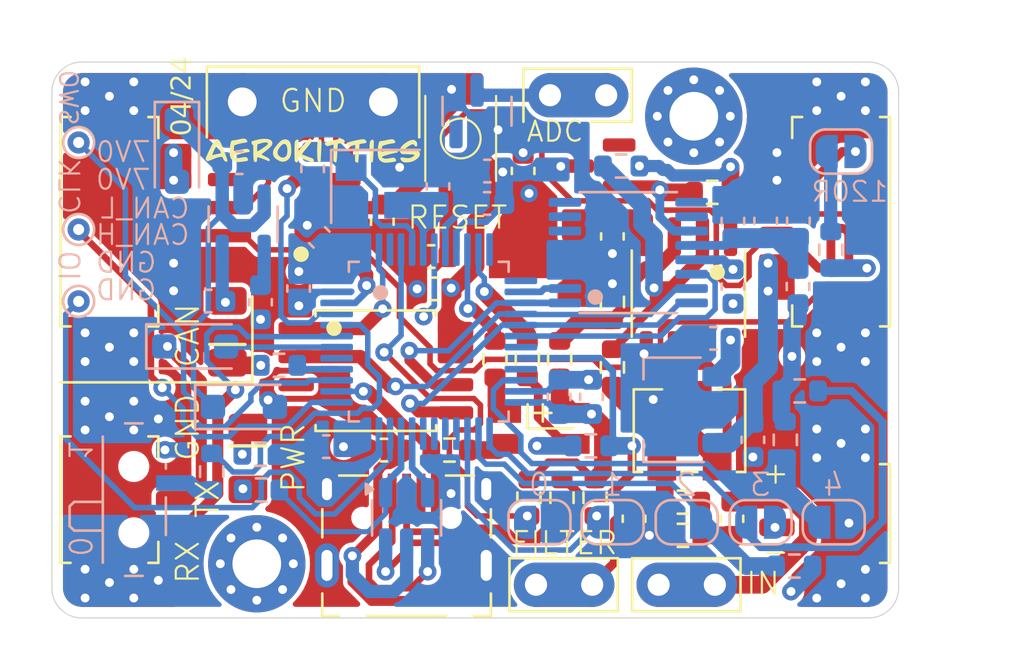
<source format=kicad_pcb>
(kicad_pcb (version 20240108) (generator "pcbnew") (generator_version "8.0")
  (layers (0 "F.Cu" signal) (1 "In1.Cu" signal) (2 "In2.Cu" signal) (31 "B.Cu" signal) (34 "B.Paste" user) (35 "F.Paste" user) (36 "B.SilkS" user "B.Silkscreen") (37 "F.SilkS" user "F.Silkscreen") (38 "B.Mask" user) (39 "F.Mask" user) (44 "Edge.Cuts" user))
  (net 0 "")
  (net 1 "VDD_3V3")
  (net 2 "GND")
  (net 3 "NRST")
  (net 4 "VDD_5V_USB")
  (net 5 "RCC_OSC_IN")
  (net 6 "RCC_OSC_OUT")
  (net 7 "Net-(D1-K)")
  (net 8 "Net-(D2-BK)")
  (net 9 "Net-(D2-RK)")
  (net 10 "Net-(D2-GK)")
  (net 11 "Net-(D4-K)")
  (net 12 "Net-(D3-K)")
  (net 13 "Net-(D6-A)")
  (net 15 "VDD_7V0")
  (net 16 "LED_RGB_BLUE")
  (net 17 "LED_RGB_GREEN")
  (net 18 "LED_RGB_RED")
  (net 19 "VBUS_DETECT")
  (net 20 "LED")
  (net 21 "BOOT0")
  (net 23 "UART1_RX")
  (net 24 "UART1_TX")
  (net 25 "Net-(J5-Pin_2)")
  (net 26 "ADDR_0")
  (net 27 "ADDR_1")
  (net 28 "ADDR_2")
  (net 29 "ADDR_3")
  (net 30 "ADDR_4")
  (net 31 "Net-(U9-AVDD)")
  (net 32 "Net-(SW2-B)")
  (net 34 "Net-(R20-Pad1)")
  (net 35 "Net-(C26-Pad2)")
  (net 36 "Net-(C25-Pad2)")
  (net 37 "Net-(R18-Pad1)")
  (net 38 "Net-(U8B--)")
  (net 39 "Net-(U8A--)")
  (net 41 "USB_D+")
  (net 42 "USB_D-")
  (net 48 "CAN_RX")
  (net 49 "CAN_TX")
  (net 50 "SPI_MOSI")
  (net 51 "SPI_CLK")
  (net 53 "SPI_MISO")
  (net 54 "FLASH_CS")
  (net 55 "/Connectors/usb_conn_d-")
  (net 56 "/Connectors/usb_conn_d+")
  (net 58 "VDD_-5V0")
  (net 59 "VDD_5V0")
  (net 65 "ADC_DRDY")
  (net 67 "ADC_CS")
  (net 69 "SYS_JTMS-SWDIO")
  (net 70 "SYS_JTDO-SWO")
  (net 73 "Net-(U5-BYP)")
  (net 74 "Net-(U8A-+)")
  (net 75 "Net-(D8-K)")
  (net 76 "CAN_+")
  (net 77 "CAN_-")
  (net 78 "SYS_JTCK-SWCLK")
  (net 79 "Net-(JP3-B)")
  (footprint "Capacitor_SMD:C_0603_1608Metric" (layer "F.Cu") (at 149.946 98.654)
    (property "Reference" "C12" (hide yes))
    (property "Value" "100n")
  )
  (footprint "Capacitor_SMD:C_0603_1608Metric" (layer "F.Cu") (at 153.961 93.318 -90)
    (property "Reference" "C13" (hide yes))
    (property "Value" "330n")
  )
  (footprint "Resistor_SMD:R_0603_1608Metric" (layer "F.Cu") (at 161.1845 109.8)
    (property "Reference" "R22" (hide yes))
    (property "Value" "10k")
  )
  (footprint "user_lib:button_small" (layer "F.Cu") (at 151.139 91.85)
    (property "Reference" "SW1" (hide yes))
    (property "Value" "SW_Push" (hide yes))
  )
  (footprint "TestPoint:TestPoint_Bridge_Pitch2.54mm_Drill1.0mm" (layer "F.Cu") (at 160.0855 112.035)
    (property "Reference" "TP2" (hide yes))
    (property "Value" "Signal")
  )
  (footprint "Resistor_SMD:R_0603_1608Metric" (layer "F.Cu") (at 155.7175 108.098 90)
    (property "Reference" "R14" (hide yes))
    (property "Value" "10k")
  )
  (footprint "TestPoint:TestPoint_Bridge_Pitch6.35mm_Drill1.3mm" (layer "F.Cu") (at 141.2665 90.195)
    (property "Reference" "TP4" (hide yes))
    (property "Value" "GND")
  )
  (footprint "MountingHole:MountingHole_2.2mm_M2_Pad_Via" (layer "F.Cu") (at 161.6735 90.845)
    (property "Reference" "H1" (hide yes))
    (property "Value" "MountingHole")
  )
  (footprint "Package_SO:SO-8_3.9x4.9mm_P1.27mm" (layer "F.Cu") (at 161.4305 98.866 -90)
    (property "Reference" "U8" (hide yes))
    (property "Value" "TL072")
  )
  (footprint "Connector_Molex:Molex_PicoBlade_53261-0271_1x02-1MP_P1.25mm_Horizontal" (layer "F.Cu") (at 167.8305 108.815 90)
    (property "Reference" "J5" (hide yes))
    (property "Value" "532610271")
  )
  (footprint "MountingHole:MountingHole_2.2mm_M2_Pad_Via" (layer "F.Cu") (at 141.9245 111.085)
    (property "Reference" "H2" (hide yes))
    (property "Value" "MountingHole")
  )
  (footprint "Resistor_SMD:R_0603_1608Metric" (layer "F.Cu") (at 157.211001 108.1 90)
    (property "Reference" "R9" (hide yes))
    (property "Value" "10k")
  )
  (footprint "Connector_Molex:Molex_PicoBlade_53261-0671_1x06-1MP_P1.25mm_Horizontal" (layer "F.Cu") (at 135.7645 95.615 -90)
    (property "Reference" "J1" (hide yes))
    (property "Value" "532610671")
  )
  (footprint "Resistor_SMD:R_0603_1608Metric" (layer "F.Cu") (at 155.612 101.832 -90)
    (property "Reference" "R16" (hide yes))
    (property "Value" "1k")
  )
  (footprint "LED_SMD:LED_1206_3216Metric" (layer "F.Cu") (at 140.591 100.595 90)
    (property "Reference" "D1" (hide yes))
    (property "Value" "LED")
  )
  (footprint "Package_SO:SOIC-8_3.9x4.9mm_P1.27mm" (layer "F.Cu") (at 143.166 95.615 180)
    (property "Reference" "U1" (hide yes))
    (property "Value" "SN65HVD230")
  )
  (footprint "Resistor_SMD:R_0603_1608Metric" (layer "F.Cu") (at 154.223999 108.099 90)
    (property "Reference" "R8" (hide yes))
    (property "Value" "10k")
  )
  (footprint "Resistor_SMD:R_0603_1608Metric" (layer "F.Cu") (at 161.1845 108.3 180)
    (property "Reference" "R19" (hide yes))
    (property "Value" "470")
  )
  (footprint "LED_SMD:LED_1206_3216Metric" (layer "F.Cu") (at 141.522 106.324 -90)
    (property "Reference" "D3" (hide yes))
    (property "Value" "LED")
  )
  (footprint "Resistor_SMD:R_0603_1608Metric" (layer "F.Cu") (at 152.687 101.832 90)
    (property "Reference" "R2" (hide yes))
    (property "Value" "220")
  )
  (footprint "Package_TO_SOT_SMD:SOT-89-3" (layer "F.Cu") (at 154.415 97.3025 180)
    (property "Reference" "U6" (hide yes))
    (property "Value" "L79L05_SOT89")
  )
  (footprint "Logos:name_10_1.8" (layer "F.Cu") (at 144.475554 92.329)
    (property "Reference" "G***" (hide yes))
    (property "Value" "LOGO" (hide yes))
  )
  (footprint "user_lib:U-F-M5DD-W-2-SUS" (layer "F.Cu") (at 148.6945 111.16 180)
    (property "Reference" "J3" (hide yes))
    (property "Value" "USB_B_Micro")
  )
  (footprint "Capacitor_SMD:C_0603_1608Metric" (layer "F.Cu") (at 149.808 97.191)
    (property "Reference" "C1" (hide yes))
    (property "Value" "100n")
  )
  (footprint "Connector_Molex:Molex_PicoBlade_53261-0671_1x06-1MP_P1.25mm_Horizontal" (layer "F.Cu") (at 167.8305 95.615 90)
    (property "Reference" "J2" (hide yes))
    (property "Value" "532610671")
  )
  (footprint "Resistor_SMD:R_0603_1608Metric" (layer "F.Cu") (at 150.634 105.944 180)
    (property "Reference" "R4" (hide yes))
    (property "Value" "220")
  )
  (footprint "TestPoint:TestPoint_Bridge_Pitch2.54mm_Drill1.0mm" (layer "F.Cu") (at 154.5435 112.035)
    (property "Reference" "TP3" (hide yes))
    (property "Value" "Signal")
  )
  (footprint "Capacitor_SMD:C_0603_1608Metric" (layer "F.Cu") (at 163.3975 109.05 -90)
    (property "Reference" "C25" (hide yes))
    (property "Value" "10u")
  )
  (footprint "Resistor_SMD:R_0603_1608Metric" (layer "F.Cu") (at 157.996 99.244 90)
    (property "Reference" "R17" (hide yes))
    (property "Value" "330")
  )
  (footprint "Capacitor_SMD:C_0603_1608Metric" (layer "F.Cu") (at 157.996 96.281 90)
    (property "Reference" "C14" (hide yes))
    (property "Value" "100n")
  )
  (footprint "Package_TO_SOT_SMD:SOT-23" (layer "F.Cu") (at 157.362 93.0965 180)
    (property "Reference" "D6" (hide yes))
    (property "Value" "BZX84-C3V3")
  )
  (footprint "Connector_Molex:Molex_PicoBlade_53261-0371_1x03-1MP_P1.25mm_Horizontal" (layer "F.Cu") (at 135.7645 108.185 -90)
    (property "Reference" "J4" (hide yes))
    (property "Value" "530470310")
  )
  (footprint "Resistor_SMD:R_0603_1608Metric" (layer "F.Cu") (at 162.509 94.286 180)
    (property "Reference" "R18" (hide yes))
    (property "Value" "100k")
  )
  (footprint "Capacitor_SMD:C_0603_1608Metric" (layer "F.Cu") (at 147.671 105.944 180)
    (property "Reference" "C20" (hide yes))
    (property "Value" "100n")
  )
  (footprint "Potentiometer_SMD:Potentiometer_Bourns_3224W_Vertical" (layer "F.Cu") (at 161.4795 105.067 180)
    (property "Reference" "RV1" (hide yes))
    (property "Value" "3224W-1-103E")
  )
  (footprint "user_lib:LED_RGB_promelec" (layer "F.Cu") (at 154.667 104.963 180)
    (property "Reference" "D2" (hide yes))
    (property "Value" "LED_RGBA")
  )
  (footprint "Resistor_SMD:R_0603_1608Metric" (layer "F.Cu") (at 154.149 101.832 90)
    (property "Reference" "R5" (hide yes))
    (property "Value" "220")
  )
  (footprint "Capacitor_SMD:C_0603_1608Metric" (layer "F.Cu") (at 147.597 95.615 90)
    (property "Reference" "C11" (hide yes))
    (property "Value" "100n")
  )
  (footprint "Resistor_SMD:R_0603_1608Metric" (layer "F.Cu") (at 157.996 102.205 90)
    (property "Reference" "R20" (hide yes))
    (property "Value" "1k")
  )
  (footprint "Package_SO:SOIC-8_5.23x5.23mm_P1.27mm" (layer "F.Cu") (at 147.305 102.353)
    (property "Reference" "U3" (hide yes))
    (property "Value" "W25Q32FVSSIG")
  )
  (footprint "Capacitor_SMD:C_0603_1608Metric" (layer "F.Cu") (at 158.9725 109.05 90)
    (property "Reference" "C26" (hide yes))
    (property "Value" "1u")
  )
  (footprint "TestPoint:TestPoint_Bridge_Pitch2.54mm_Drill1.0mm" (layer "F.Cu") (at 155.1745 89.895)
    (property "Reference" "TP1" (hide yes))
    (property "Value" "Signal")
  )
  (footprint "Resistor_SMD:R_0603_1608Metric" (layer "B.Cu") (at 167.866 96.885 90)
    (property "Reference" "R13" (hide yes))
    (property "Value" "120")
  )
  (footprint "Package_TO_SOT_SMD:SOT-23" (layer "B.Cu") (at 151.8775 90.617 90)
    (property "Reference" "D7" (hide yes))
    (property "Value" "BZX84-C3V3")
  )
  (footprint "TestPoint:TestPoint_THTPad_D1.0mm_Drill0.5mm" (layer "B.Cu") (at 133.872 99.218 180)
    (property "Reference" "TP7" (hide yes))
    (property "Value" "TestPoint")
  )
  (footprint "Capacitor_SMD:C_0603_1608Metric" (layer "B.Cu") (at 164.345 105.481 -90)
    (property "Reference" "C17" (hide yes))
    (property "Value" "330n")
  )
  (footprint "Package_SO:TSSOP-16_4.4x5mm_P0.65mm" (layer "B.Cu") (at 158.712 97.0125)
    (property "Reference" "U9" (hide yes))
    (property "Value" "ADS1120-PW")
  )
  (footprint "Capacitor_SMD:C_0603_1608Metric" (layer "B.Cu") (at 144.4475 93.23 90)
    (property "Reference" "C9" (hide yes))
    (property "Value" "8p")
  )
  (footprint "Capacitor_SMD:C_0603_1608Metric" (layer "B.Cu") (at 155.587 103.5385 -90)
    (property "Reference" "C3" (hide yes))
    (property "Value" "100n")
  )
  (footprint "Jumper:SolderJumper-2_P1.3mm_Open_RoundedPad1.0x1.5mm" (layer "B.Cu") (at 167.998 109.208 180)
    (property "Reference" "JP1" (hide yes))
    (property "Value" "SolderJumper_2_Open")
  )
  (footprint "Inductor_SMD:L_0603_1608Metric" (layer "B.Cu") (at 166.3845 98.546 -90)
    (property "Reference" "L1" (hide yes))
    (property "Value" "27n")
  )
  (footprint "Capacitor_SMD:C_0603_1608Metric" (layer "B.Cu") (at 157.05 103.5385 -90)
    (property "Reference" "C6" (hide yes))
    (property "Value" "4u7")
  )
  (footprint "Resistor_SMD:R_0603_1608Metric" (layer "B.Cu") (at 142.12 107.746)
    (property "Reference" "R7" (hide yes))
    (property "Value" "4k7")
  )
  (footprint "Package_TO_SOT_SMD:SOT-23-6" (layer "B.Cu") (at 148.695 109.01 -90)
    (property "Reference" "U7" (hide yes))
    (property "Value" "USBLC6-2SC6")
  )
  (footprint "Resistor_SMD:R_0603_1608Metric" (layer "B.Cu") (at 157.024 105.754 180)
    (property "Reference" "R15" (hide yes))
    (property "Value" "10k")
  )
  (footprint "Package_TO_SOT_SMD:SOT-23-5" (layer "B.Cu") (at 141.307 95.7255 -90)
    (property "Reference" "U5" (hide yes))
    (property "Value" "LD3985M33R_SOT23")
  )
  (footprint "Crystal:Crystal_SMD_3225-4Pin_3.2x2.5mm" (layer "B.Cu") (at 147.2845 94.019)
    (property "Reference" "Y1" (hide yes))
    (property "Value" "16MHz")
  )
  (footprint "Diode_SMD:D_SOD-123F" (layer "B.Cu") (at 138.314 92.409 -90)
    (property "Reference" "D4" (hide yes))
    (property "Value" "PMEG2020EH")
  )
  (footprint "TestPoint:TestPoint_THTPad_D1.0mm_Drill0.5mm" (layer "B.Cu") (at 133.872 92.032 180)
    (property "Reference" "TP5" (hide yes))
    (property "Value" "TestPoint")
  )
  (footprint "Diode_SMD:D_SOD-123F" (layer "B.Cu") (at 139.139 101.256)
    (property "Reference" "D8" (hide yes))
    (property "Value" "PMEG2020EH")
  )
  (footprint "TestPoint:TestPoint_THTPad_D1.0mm_Drill0.5mm" (layer "B.Cu") (at 133.872 95.967 180)
    (property "Reference" "TP6" (hide yes))
    (property "Value" "TestPoint")
  )
  (footprint "Diode_SMD:D_SOD-123F" (layer "B.Cu") (at 141.3445 103.992)
    (property "Reference" "D5" (hide yes))
    (property "Value" "PMEG2020EH")
  )
  (footprint "Resistor_SMD:R_0603_1608Metric" (layer "B.Cu") (at 165.81 105.482 90)
    (property "Reference" "R12" (hide yes))
    (property "Value" "10k")
  )
  (footprint "Capacitor_SMD:C_0603_1608Metric" (layer "B.Cu") (at 162.5605 100.891001 180)
    (property "Reference" "C18" (hide yes))
    (property "Value" "100n")
  )
  (footprint "Capacitor_SMD:C_0603_1608Metric" (layer "B.Cu") (at 163.4415 95.581 -90)
    (property "Reference" "C23" (hide yes))
    (property "Value" "100n")
  )
  (footprint "Capacitor_SMD:C_0603_1608Metric" (layer "B.Cu") (at 141.136 92.945)
    (property "Reference" "C15" (hide yes))
    (property "Value" "1u")
  )
  (footprint "Resistor_SMD:R_0603_1608Metric" (layer "B.Cu") (at 142.93 102.11)
    (property "Reference" "R3" (hide yes))
    (property "Value" "220")
  )
  (footprint "Capacitor_SMD:C_0603_1608Metric" (layer "B.Cu") (at 152.333 94.79)
    (property "Reference" "C7" (hide yes))
    (property "Value" "10n")
  )
  (footprint "Capacitor_SMD:C_0603_1608Metric" (layer "B.Cu") (at 166.4025 95.574 -90)
    (property "Reference" "C22" (hide yes))
    (property "Value" "1u")
  )
  (footprint "Jumper:SolderJumper-2_P1.3mm_Open_RoundedPad1.0x1.5mm" (layer "B.Cu") (at 168.3305 92.442 180)
    (property "Reference" "JP3" (hide yes))
    (property "Value" "SolderJumper_2_Open")
  )
  (footprint "Resistor_SMD:R_0603_1608Metric" (layer "B.Cu") (at 166.461 103.269 180)
    (property "Reference" "R11" (hide yes))
    (property "Value" "10k")
  )
  (footprint "Resistor_SMD:R_0603_1608Metric" (layer "B.Cu") (at 158.391 93.096499)
    (property "Reference" "R21" (hide yes))
    (property "Value" "1k")
  )
  (footprint "Jumper:SolderJumper-2_P1.3mm_Open_RoundedPad1.0x1.5mm" (layer "B.Cu") (at 154.699 109.208 180)
    (property "Reference" "JP6" (hide yes))
    (property "Value" "SolderJumper_2_Open")
  )
  (footprint "Capacitor_SMD:C_0603_1608Metric" (layer "B.Cu") (at 139.732 99.205 180)
    (property "Reference" "C16" (hide yes))
    (property "Value" "1u")
  )
  (footprint "Package_QFP:LQFP-48_7x7mm_P0.5mm" (layer "B.Cu") (at 149.695 101.0375 -90)
    (property "Reference" "U2" (hide yes))
    (property "Value" "STM32F103C8Tx")
  )
  (footprint "Jumper:SolderJumper-2_P1.3mm_Open_RoundedPad1.0x1.5mm" (layer "B.Cu") (at 158.003 109.204 180)
    (property "Reference" "JP5" (hide yes))
    (property "Value" "SolderJumper_2_Open")
  )
  (footprint "Jumper:SolderJumper-2_P1.3mm_Open_RoundedPad1.0x1.5mm" (layer "B.Cu") (at 164.694 109.208 180)
    (property "Reference" "JP2" (hide yes))
    (property "Value" "SolderJumper_2_Open")
  )
  (footprint "Resistor_SMD:R_0603_1608Metric" (layer "B.Cu") (at 142.095 106.132)
    (property "Reference" "R6" (hide yes))
    (property "Value" "220")
  )
  (footprint "Capacitor_SMD:C_0603_1608Metric" (layer "B.Cu") (at 144.7515 96.324 -45)
    (property "Reference" "C2" (hide yes))
    (property "Value" "100n")
  )
  (footprint "Resistor_SMD:R_0603_1608Metric" (layer "B.Cu") (at 139.884 106.917 -90)
    (property "Reference" "R1" (hide yes))
    (property "Value" "10k")
  )
  (footprint "Package_TO_SOT_SMD:SOT-89-3" (layer "B.Cu") (at 160.7605 104.122 180)
    (property "Reference" "U4" (hide yes))
    (property "Value" "L78L05_SOT89")
  )
  (footprint "Capacitor_SMD:C_0603_1608Metric" (layer "B.Cu") (at 164.9205 95.58 -90)
    (property "Reference" "C21" (hide yes))
    (property "Value" "10n")
  )
  (footprint "Resistor_SMD:R_0603_1608Metric" (layer "B.Cu") (at 166.218 111.189)
    (property "Reference" "R10" (hide yes))
    (property "Value" "10k")
  )
  (footprint "Capacitor_SMD:C_0603_1608Metric" (layer "B.Cu") (at 163.4465 98.5465 -90)
    (property "Reference" "C24" (hide yes))
    (property "Value" "100n")
  )
  (footprint "Capacitor_SMD:C_0603_1608Metric" (layer "B.Cu") (at 150.1145 94.019 -90)
    (property "Reference" "C10" (hide yes))
    (property "Value" "8p")
  )
  (footprint "Jumper:SolderJumper-2_P1.3mm_Open_RoundedPad1.0x1.5mm" (layer "B.Cu") (at 161.354 109.208)
    (property "Reference" "JP4" (hide yes))
    (property "Value" "SolderJumper_2_Open")
  )
  (footprint "Button_Switch_SMD:SW_SPDT_PCM12" (layer "B.Cu") (at 136.6945 108.185 90)
    (property "Reference" "SW2" (hide yes))
    (property "Value" "SW_SPDT")
  )
  (footprint "Capacitor_SMD:C_0603_1608Metric" (layer "B.Cu") (at 143.814 98.639 90)
    (property "Reference" "C5" (hide yes))
    (property "Value" "100n")
  )
  (footprint "Capacitor_SMD:C_0603_1608Metric" (layer "B.Cu") (at 145.065 105.789)
    (property "Reference" "C4" (hide yes))
    (property "Value" "100n")
  )
  (footprint "Capacitor_SMD:C_0603_1608Metric" (layer "B.Cu") (at 142.092 99.258 -90)
    (property "Reference" "C19" (hide yes))
    (property "Value" "10n")
  )
  (footprint "Capacitor_SMD:C_0603_1608Metric" (layer "B.Cu") (at 152.3455 93.323)
    (property "Reference" "C8" (hide yes))
    (property "Value" "1u")
  )
  (gr_line (start 141.726 98.995) (end 141.726 102.88) (stroke (width 0.12)) (layer "F.SilkS"))
  (gr_line (start 141.726 102.88) (end 133.0545 102.88) (stroke (width 0.12)) (layer "F.SilkS"))
  (gr_arc (start 134.0145 113.535) (mid 133.059906 113.139594) (end 132.6645 112.185) (stroke (width 0.05)) (layer "Edge.Cuts"))
  (gr_line (start 132.6645 89.745) (end 132.6645 112.185) (stroke (width 0.05)) (layer "Edge.Cuts"))
  (gr_arc (start 132.6645 89.745) (mid 133.059906 88.790406) (end 134.0145 88.395) (stroke (width 0.05)) (layer "Edge.Cuts"))
  (gr_line (start 170.9305 89.745) (end 170.9305 112.185) (stroke (width 0.05)) (layer "Edge.Cuts"))
  (gr_arc (start 169.5805 88.395) (mid 170.535094 88.790406) (end 170.9305 89.745) (stroke (width 0.05)) (layer "Edge.Cuts"))
  (gr_line (start 134.0145 88.395) (end 169.5805 88.395) (stroke (width 0.05)) (layer "Edge.Cuts"))
  (gr_arc (start 170.9305 112.185) (mid 170.535094 113.139594) (end 169.5805 113.535) (stroke (width 0.05)) (layer "Edge.Cuts"))
  (gr_line (start 169.5805 113.535) (end 134.0145 113.535) (stroke (width 0.05)) (layer "Edge.Cuts"))
  (gr_text "7V0" (at 137.2 94.238 0) (layer "B.SilkS") (effects (font (size 0.9 0.9) (thickness 0.1)) (justify left bottom mirror)))
  (gr_text "IO" (at 132.8905 98.356 270) (layer "B.SilkS") (effects (font (size 0.9 0.9) (thickness 0.1)) (justify left bottom mirror)))
  (gr_text "1" (at 158.529191 108.094 0) (layer "B.SilkS") (effects (font (size 1 1) (thickness 0.1)) (justify left bottom mirror)))
  (gr_text "7V0" (at 137.2 92.985 0) (layer "B.SilkS") (effects (font (size 0.9 0.9) (thickness 0.1)) (justify left bottom mirror)))
  (gr_text "GND" (at 137.457142 97.988 0) (layer "B.SilkS") (effects (font (size 0.9 0.9) (thickness 0.1)) (justify left bottom mirror)))
  (gr_text "3" (at 165.220191 108.094 0) (layer "B.SilkS") (effects (font (size 1 1) (thickness 0.1)) (justify left bottom mirror)))
  (gr_text "0" (at 133.333 110.846 -90) (layer "B.SilkS") (effects (font (size 1 1) (thickness 0.1)) (justify left bottom mirror)))
  (gr_text "CAN_L" (at 138.957142 95.538 0) (layer "B.SilkS") (effects (font (size 0.9 0.9) (thickness 0.1)) (justify left bottom mirror)))
  (gr_text "CAN_H" (at 138.957142 96.738 0) (layer "B.SilkS") (effects (font (size 0.9 0.9) (thickness 0.1)) (justify left bottom mirror)))
  (gr_text "GND" (at 137.457142 99.238 0) (layer "B.SilkS") (effects (font (size 0.9 0.9) (thickness 0.1)) (justify left bottom mirror)))
  (gr_text "2" (at 161.880191 108.094 0) (layer "B.SilkS") (effects (font (size 1 1) (thickness 0.1)) (justify left bottom mirror)))
  (gr_text "SWO" (at 132.932 91.329 -90) (layer "B.SilkS") (effects (font (size 0.8 0.8) (thickness 0.1)) (justify left bottom mirror)))
  (gr_text "CLK" (at 132.8905 95.341 -90) (layer "B.SilkS") (effects (font (size 0.9 0.9) (thickness 0.1)) (justify left bottom mirror)))
  (gr_text "120R" (at 170.52 94.781 0) (layer "B.SilkS") (effects (font (size 0.9 0.9) (thickness 0.1)) (justify left bottom mirror)))
  (gr_text "1" (at 133.333 106.467 -90) (layer "B.SilkS") (effects (font (size 1 1) (thickness 0.1)) (justify left bottom mirror)))
  (gr_text "0" (at 155.225191 108.094 0) (layer "B.SilkS") (effects (font (size 1 1) (thickness 0.1)) (justify left bottom mirror)))
  (gr_text "4" (at 168.524191 108.094 0) (layer "B.SilkS") (effects (font (size 1 1) (thickness 0.1)) (justify left bottom mirror)))
  (gr_text "ADC" (at 154.052 92.064 0) (layer "F.SilkS") (effects (font (size 0.9 0.9) (thickness 0.1)) (justify left bottom)))
  (gr_text "PWR" (at 144.16 107.925429 90) (layer "F.SilkS") (effects (font (size 1 1) (thickness 0.1)) (justify left bottom)))
  (gr_text "TX" (at 140.287 109.092143 90) (layer "F.SilkS") (effects (font (size 1 1) (thickness 0.1)) (justify left bottom)))
  (gr_text "IN" (at 163.9715 112.5745 0) (layer "F.SilkS") (effects (font (size 1 1) (thickness 0.1)) (justify left bottom)))
  (gr_text "04/24" (at 139.091 91.749 90) (layer "F.SilkS") (effects (font (size 0.9 0.9) (thickness 0.1)) (justify left bottom)))
  (gr_text "FILTER" (at 153.358738 110.735 0) (layer "F.SilkS") (effects (font (size 1 1) (thickness 0.1)) (justify left bottom)))
  (gr_text "-" (at 164.687 111.095 0) (layer "F.SilkS") (effects (font (size 1 1) (thickness 0.1)) (justify left bottom)))
  (gr_text "RX" (at 139.39 112.06 90) (layer "F.SilkS") (effects (font (size 1 1) (thickness 0.1)) (justify left bottom)))
  (gr_text "RESET" (at 148.664 96.01 0) (layer "F.SilkS") (effects (font (size 1 1) (thickness 0.1)) (justify left bottom)))
  (gr_text "+" (at 164.687 107.547 0) (layer "F.SilkS") (effects (font (size 1 1) (thickness 0.1)) (justify left bottom)))
  (gr_text "CAN" (at 139.39 102.283 90) (layer "F.SilkS") (effects (font (size 1 1) (thickness 0.1)) (justify left bottom)))
  (gr_text "GND" (at 142.88269 90.7345 0) (layer "F.SilkS") (effects (font (size 1 1) (thickness 0.1)) (justify left bottom)))
  (gr_text "GND" (at 139.388 106.506 90) (layer "F.SilkS") (effects (font (size 1 1) (thickness 0.1)) (justify left bottom)))
  (segment (start 152.24801 92.975) (end 152.639779 93.366769) (width 0.8) (layer "F.Cu") (net 1))
  (segment (start 156.36 106.498) (end 157.137 107.275) (width 0.35) (layer "F.Cu") (net 1))
  (segment (start 147.597 94.84) (end 148.16499 94.84) (width 0.8) (layer "F.Cu") (net 1))
  (segment (start 147.457 94.98) (end 147.597 94.84) (width 0.6) (layer "F.Cu") (net 1))
  (segment (start 157.567 106.919001) (end 157.567 104.8305) (width 0.8) (layer "F.Cu") (net 1))
  (segment (start 157.211001 107.275) (end 157.567 106.919001) (width 0.8) (layer "F.Cu") (net 1))
  (segment (start 157.137 107.275) (end 157.211001 107.275) (width 0.35) (layer "F.Cu") (net 1))
  (segment (start 148.16499 94.84) (end 150.02999 92.975) (width 0.8) (layer "F.Cu") (net 1))
  (segment (start 145.641 94.98) (end 147.457 94.98) (width 0.6) (layer "F.Cu") (net 1))
  (segment (start 154.223999 107.274) (end 154.322 107.274) (width 0.35) (layer "F.Cu") (net 1))
  (segment (start 156.9995 104.263) (end 156.217 104.263) (width 0.8) (layer "F.Cu") (net 1))
  (segment (start 154.322 107.274) (end 155.098 106.498) (width 0.35) (layer "F.Cu") (net 1))
  (segment (start 151.81 95.61301) (end 152.739 94.68401) (width 0.8) (layer "F.Cu") (net 1))
  (segment (start 152.739 94.68401) (end 152.739 93.66704) (width 0.8) (layer "F.Cu") (net 1))
  (segment (start 157.567 104.8305) (end 156.9995 104.263) (width 0.8) (layer "F.Cu") (net 1))
  (segment (start 150.02999 92.975) (end 152.24801 92.975) (width 0.8) (layer "F.Cu") (net 1))
  (segment (start 152.639779 93.366769) (end 153.039271 93.366769) (width 0.8) (layer "F.Cu") (net 1))
  (segment (start 155.661 93.112) (end 155.6765 93.0965) (width 0.25) (layer "F.Cu") (net 1))
  (segment (start 155.098 106.498) (end 156.36 106.498) (width 0.35) (layer "F.Cu") (net 1))
  (segment (start 150.712 98.62) (end 150.80196 98.62) (width 0.8) (layer "F.Cu") (net 1))
  (segment (start 152.739 93.66704) (end 153.039271 93.366769) (width 0.8) (layer "F.Cu") (net 1))
  (segment (start 150.80196 98.62) (end 151.81 97.61196) (width 0.8) (layer "F.Cu") (net 1))
  (segment (start 156.4245 93.0965) (end 155.6765 93.0965) (width 0.6) (layer "F.Cu") (net 1))
  (segment (start 155.612 103.658) (end 155.612 102.657) (width 0.8) (layer "F.Cu") (net 1))
  (segment (start 151.81 97.61196) (end 151.81 95.61301) (width 0.8) (layer "F.Cu") (net 1))
  (segment (start 156.217 104.263) (end 155.612 103.658) (width 0.8) (layer "F.Cu") (net 1))
  (via (at 140.506 99.261) (size 0.8) (drill 0.4) (layers "F.Cu" "B.Cu") (net 1))
  (via (at 150.712 98.62) (size 0.8) (drill 0.4) (layers "F.Cu" "B.Cu") (net 1))
  (via (at 153.039271 93.366769) (size 0.8) (drill 0.4) (layers "F.Cu" "B.Cu") (net 1))
  (via (at 157.05 104.3135) (size 0.8) (drill 0.4) (layers "F.Cu" "B.Cu") (net 1))
  (via (at 137.7745 105.935) (size 0.8) (drill 0.4) (layers "F.Cu" "B.Cu") (net 1))
  (via (at 163.4465 97.7715) (size 0.8) (drill 0.4) (layers "F.Cu" "B.Cu") (net 1))
  (via (at 141.297 107.694) (size 0.8) (drill 0.4) (layers "F.Cu" "B.Cu") (net 1))
  (via (at 166.112 101.705) (size 0.8) (drill 0.4) (layers "F.Cu" "B.Cu") (net 1))
  (via (at 143.8255 97.867) (size 0.8) (drill 0.4) (layers "F.Cu" "B.Cu") (net 1))
  (via (at 155.661 93.112) (size 0.8) (drill 0.4) (layers "F.Cu" "B.Cu") (net 1))
  (via (at 145.84 105.789) (size 0.8) (drill 0.4) (layers "F.Cu" "B.Cu") (net 1))
  (via (at 166.067 112.34) (size 0.8) (drill 0.4) (layers "F.Cu" "B.Cu") (net 1))
  (segment (start 166.3845 100.071786) (end 166.3845 99.3335) (width 0.8) (layer "B.Cu") (net 1))
  (segment (start 161.5745 97.3375) (end 163.0125 97.3375) (width 0.4) (layer "B.Cu") (net 1))
  (segment (start 167.043 111.364) (end 166.067 112.34) (width 0.8) (layer "B.Cu") (net 1))
  (segment (start 150.945 96.03438) (end 151.36438 95.615) (width 0.3) (layer "B.Cu") (net 1))
  (segment (start 157.05 104.3135) (end 156.9425 104.3135) (width 0.25) (layer "B.Cu") (net 1))
  (segment (start 140.361 96.906) (end 140.361 99.055) (width 0.6) (layer "B.Cu") (net 1))
  (segment (start 153.039271 93.366769) (end 153.108 93.435498) (width 0.8) (layer "B.Cu") (net 1))
  (segment (start 166.112 102.793) (end 166.112 101.705) (width 0.8) (layer "B.Cu") (net 1))
  (segment (start 165.636 103.269) (end 165.636 104.483) (width 0.8) (layer "B.Cu") (net 1))
  (segment (start 153.1205 93.323) (end 153.125501 93.317999) (width 0.45) (layer "B.Cu") (net 1))
  (segment (start 166.113 101.705) (end 166.113 100.343286) (width 0.8) (layer "B.Cu") (net 1))
  (segment (start 152.283 95.615) (end 153.108 94.79) (width 0.3) (layer "B.Cu") (net 1))
  (segment (start 153.8575 103.7875) (end 155.061 103.7875) (width 0.3) (layer "B.Cu") (net 1))
  (segment (start 157.05 104.3135) (end 155.587 104.3135) (width 0.8) (layer "B.Cu") (net 1))
  (segment (start 165.636 104.483) (end 165.81 104.657) (width 0.8) (layer "B.Cu") (net 1))
  (segment (start 166.113 100.343286) (end 166.3845 100.071786) (width 0.8) (layer "B.Cu") (net 1))
  (segment (start 163.0125 97.3375) (end 163.4465 97.7715) (width 0.4) (layer "B.Cu") (net 1))
  (segment (start 140.361 99.055) (end 140.511 99.205) (width 0.6) (layer "B.Cu") (net 1))
  (segment (start 155.061 103.7875) (end 155.587 104.3135) (width 0.3) (layer "B.Cu") (net 1))
  (segment (start 151.36438 95.615) (end 152.283 95.615) (width 0.3) (layer "B.Cu") (net 1))
  (segment (start 150.945 96.875) (end 150.945 96.03438) (width 0.3) (layer "B.Cu") (net 1))
  (segment (start 153.108 93.435498) (end 153.108 94.79) (width 0.8) (layer "B.Cu") (net 1))
  (segment (start 165.636 103.269) (end 166.112 102.793) (width 0.8) (layer "B.Cu") (net 1))
  (segment (start 147.457 96.25) (end 147.597 96.39) (width 0.6) (layer "F.Cu") (net 2))
  (segment (start 158.9975 109.8) (end 158.9725 109.825) (width 0.8) (layer "F.Cu") (net 2))
  (segment (start 160.3595 109.8725) (end 160.3595 109.8) (width 0.2) (layer "F.Cu") (net 2))
  (segment (start 159.666 109.8) (end 158.9975 109.8) (width 0.8) (layer "F.Cu") (net 2))
  (segment (start 159.666 109.8) (end 160.3595 109.8) (width 0.8) (layer "F.Cu") (net 2))
  (segment (start 145.641 96.25) (end 147.457 96.25) (width 0.6) (layer "F.Cu") (net 2))
  (segment (start 138.1945 97.52) (end 138.1645 97.49) (width 0.6) (layer "F.Cu") (net 2))
  (segment (start 140.691 97.52) (end 138.1945 97.52) (width 0.6) (layer "F.Cu") (net 2))
  (via (at 136.364499 101.939999) (size 0.8) (drill 0.4) (layers "F.Cu" "B.Cu") (net 2))
  (via (at 134.1645 89.29) (size 0.8) (drill 0.4) (layers "F.Cu" "B.Cu") (net 2))
  (via (at 167.2305 106.289999) (size 0.8) (drill 0.4) (layers "F.Cu" "B.Cu") (net 2))
  (via (at 169.430499 104.99) (size 0.8) (drill 0.4) (layers "F.Cu" "B.Cu") (net 2))
  (via (at 134.1645 103.735) (size 0.8) (drill 0.4) (layers "F.Cu" "B.Cu") (net 2))
  (via (at 157.996 97.056) (size 0.8) (drill 0.4) (layers "F.Cu" "B.Cu") (net 2))
  (via (at 159.84 103.6555) (size 0.8) (drill 0.4) (layers "F.Cu" "B.Cu") (net 2))
  (via (at 136.364499 112.634999) (size 0.8) (drill 0.4) (layers "F.Cu" "B.Cu") (net 2))
  (via (at 163.4465 99.3215) (size 0.8) (drill 0.4) (layers "F.Cu" "B.Cu") (net 2))
  (via (at 143.8255 99.417) (size 0.8) (drill 0.4) (layers "F.Cu" "B.Cu") (net 2))
  (via (at 165.4305 93.74) (size 0.8) (drill 0.4) (layers "F.Cu" "B.Cu") (net 2))
  (via (at 159.666 109.8) (size 0.8) (drill 0.4) (layers "F.Cu" "B.Cu") (net 2))
  (via (at 144.203492 95.775992) (size 0.8) (drill 0.4) (layers "F.Cu" "B.Cu") (net 2))
  (via (at 167.2305 89.29) (size 0.8) (drill 0.4) (layers "F.Cu" "B.Cu") (net 2))
  (via (at 137.4745 104.535) (size 0.8) (drill 0.4) (layers "F.Cu" "B.Cu") (net 2))
  (via (at 164.345 106.256) (size 0.8) (drill 0.4) (layers "F.Cu" "B.Cu") (net 2))
  (via (at 168.3305 89.94) (size 0.8) (drill 0.4) (layers "F.Cu" "B.Cu") (net 2))
  (via (at 157.996 98.419) (size 0.8) (drill 0.4) (layers "F.Cu" "B.Cu") (net 2))
  (via (at 167.2305 90.589999) (size 0.8) (drill 0.4) (layers "F.Cu" "B.Cu") (net 2))
  (via (at 152.8275 91.4605) (size 0.8) (drill 0.4) (layers "F.Cu" "B.Cu") (net 2))
  (via (at 169.430499 106.289999) (size 0.8) (drill 0.4) (layers "F.Cu" "B.Cu") (net 2))
  (via (at 150.703 107.91) (size 0.8) (drill 0.4) (layers "F.Cu" "B.Cu") (net 2))
  (via (at 135.2645 104.435) (size 0.8) (drill 0.4) (layers "F.Cu" "B.Cu") (net 2))
  (via (at 167.2305 100.64) (size 0.8) (drill 0.4) (layers "F.Cu" "B.Cu") (net 2))
  (via (at 136.364499 90.589999) (size 0.8) (drill 0.4) (layers "F.Cu" "B.Cu") (net 2))
  (via (at 136.364499 89.29) (size 0.8) (drill 0.4) (layers "F.Cu" "B.Cu") (net 2))
  (via (at 169.430499 112.639999) (size 0.8) (drill 0.4) (layers "F.Cu" "B.Cu") (net 2))
  (via (at 148.38 93.155) (size 0.8) (drill 0.4) (layers "F.Cu" "B.Cu") (net 2))
  (via (at 134.1645 101.939999) (size 0.8) (drill 0.4) (layers "F.Cu" "B.Cu") (net 2))
  (via (at 134.1645 111.335) (size 0.8) (drill 0.4) (layers "F.Cu" "B.Cu") (net 2))
  (via (at 136.364499 111.335) (size 0.8) (drill 0.4) (layers "F.Cu" "B.Cu") (net 2))
  (via (at 169.430499 111.34) (size 0.8) (drill 0.4) (layers "F.Cu" "B.Cu") (net 2))
  (via (at 135.2645 111.934999) (size 0.8) (drill 0.4) (layers "F.Cu" "B.Cu") (net 2))
  (via (at 153.961 92.493) (size 0.8) (drill 0.4) (layers "F.Cu" "B.Cu") (net 2))
  (via (at 134.1645 112.634999) (size 0.8) (drill 0.4) (layers "F.Cu" "B.Cu") (net 2))
  (via (at 167.2305 112.639999) (size 0.8) (drill 0.4) (layers "F.Cu" "B.Cu") (net 2))
  (via (at 142.092 100.033) (size 0.8) (drill 0.4) (layers "F.Cu" "B.Cu") (net 2))
  (via (at 168.3305 111.99) (size 0.8) (drill 0.4) (layers "F.Cu" "B.Cu") (net 2))
  (via (at 134.1645 105.034999) (size 0.8) (drill 0.4) (layers "F.Cu" "B.Cu") (net 2))
  (via (at 168.3305 101.29) (size 0.8) (drill 0.4) (layers "F.Cu" "B.Cu") (net 2))
  (via (at 150.726 89.628) (size 0.8) (drill 0.4) (layers "F.Cu" "B.Cu") (net 2))
  (via (at 137.4745 111.835) (size 0.8) (drill 0.4) (layers "F.Cu" "B.Cu") (net 2))
  (via (at 165.344 109.44) (size 0.8) (drill 0.4) (layers "F.Cu" "B.Cu") (net 2))
  (via (at 169.430499 100.64) (size 0.8) (drill 0.4) (layers "F.Cu" "B.Cu") (net 2))
  (via (at 138.1645 98.74) (size 0.8) (drill 0.4) (layers "F.Cu" "B.Cu") (net 2))
  (via (at 154.583 105.754) (size 0.8) (drill 0.4) (layers "F.Cu" "B.Cu") (net 2))
  (via (at 135.2645 89.94) (size 0.8) (drill 0.4) (layers "F.Cu" "B.Cu") (net 2))
  (via (at 138.1645 97.49) (size 0.8) (drill 0.4) (layers "F.Cu" "B.Cu") (net 2))
  (via (at 167.2305 101.939999) (size 0.8) (drill 0.4) (layers "F.Cu" "B.Cu") (net 2))
  (via (at 169.430499 89.29) (size 0.8) (drill 0.4) (layers "F.Cu" "B.Cu") (net 2))
  (via (at 136.364499 105.034999) (size 0.8) (drill 0.4) (layers "F.Cu" "B.Cu") (net 2))
  (via (at 135.2645 101.29) (size 0.8) (drill 0.4) (layers "F.Cu" "B.Cu") (net 2))
  (via (at 169.430499 101.939999) (size 0.8) (drill 0.4) (layers "F.Cu" "B.Cu") (net 2))
  (via (at 156.92 102.762) (size 0.8) (drill 0.4) (layers "F.Cu" "B.Cu") (net 2))
  (via (at 169.430499 90.589999) (size 0.8) (drill 0.4) (layers "F.Cu" "B.Cu") (net 2))
  (via (at 167.2305 104.99) (size 0.8) (drill 0.4) (layers "F.Cu" "B.Cu") (net 2))
  (via (at 136.364499 100.64) (size 0.8) (drill 0.4) (layers "F.Cu" "B.Cu") (net 2))
  (via (at 149.171 98.654) (size 0.8) (drill 0.4) (layers "F.Cu" "B.Cu") (net 2))
  (via (at 134.1645 100.64) (size 0.8) (drill 0.4) (layers "F.Cu" "B.Cu") (net 2))
  (via (at 159.425499 101.591) (size 0.8) (drill 0.4) (layers "F.Cu" "B.Cu") (net 2))
  (via (at 134.1645 90.589999) (size 0.8) (drill 0.4) (layers "F.Cu" "B.Cu") (net 2))
  (via (at 168.3305 105.64) (size 0.8) (drill 0.4) (layers "F.Cu" "B.Cu") (net 2))
  (via (at 168.687 109.244) (size 0.8) (drill 0.4) (layers "F.Cu" "B.Cu") (net 2))
  (via (at 136.364499 103.735) (size 0.8) (drill 0.4) (layers "F.Cu" "B.Cu") (net 2))
  (via (at 165.4305 92.49) (size 0.8) (drill 0.4) (layers "F.Cu" "B.Cu") (net 2))
  (segment (start 156.9145 102.7635) (end 157.05 102.7635) (width 0.8) (layer "B.Cu") (net 2))
  (segment (start 148.38 93.1645) (end 148.3845 93.169) (width 0.25) (layer "B.Cu") (net 2))
  (segment (start 150.1145 93.244) (end 151.4915 93.244) (width 0.8) (layer "B.Cu") (net 2))
  (segment (start 148.394 93.169) (end 148.544 93.169) (width 0.25) (layer "B.Cu") (net 2))
  (segment (start 151.482274 94.79) (end 151.558 94.79) (width 0.3) (layer "B.Cu") (net 2))
  (segment (start 150.1145 93.244) (end 148.4595 93.244) (width 0.8) (layer "B.Cu") (net 2))
  (segment (start 165.4305 92.49) (end 165.4305 92.479) (width 0.25) (layer "B.Cu") (net 2))
  (segment (start 154.583 105.754) (end 156.199 105.754) (width 0.8) (layer "B.Cu") (net 2))
  (segment (start 148.4595 93.244) (end 148.3845 93.169) (width 0.8) (layer "B.Cu") (net 2))
  (segment (start 155.063 103.2875) (end 155.587 102.7635) (width 0.3) (layer "B.Cu") (net 2))
  (segment (start 156.913 102.762) (end 156.9145 102.7635) (width 0.8) (layer "B.Cu") (net 2))
  (segment (start 151.4165 93.169) (end 151.5705 93.323) (width 0.25) (layer "B.Cu") (net 2))
  (segment (start 148.38 93.155) (end 148.394 93.169) (width 0.25) (layer "B.Cu") (net 2))
  (segment (start 156.9115 102.7635) (end 156.913 102.762) (width 0.8) (layer "B.Cu") (net 2))
  (segment (start 151.558 94.79) (end 151.558 93.3355) (width 0.8) (layer "B.Cu") (net 2))
  (segment (start 166.3955 94.806) (end 166.4025 94.799) (width 0.25) (layer "B.Cu") (net 2))
  (segment (start 148.38 93.155) (end 148.38 93.1645) (width 0.25) (layer "B.Cu") (net 2))
  (segment (start 152.2945 111.16) (end 151.995972 111.16) (width 0.2) (layer "B.Cu") (net 2))
  (segment (start 153.8575 103.2875) (end 155.063 103.2875) (width 0.3) (layer "B.Cu") (net 2))
  (segment (start 155.587 102.7635) (end 156.9115 102.7635) (width 0.8) (layer "B.Cu") (net 2))
  (segment (start 150.445 96.875) (end 150.445 95.827274) (width 0.3) (layer "B.Cu") (net 2))
  (segment (start 151.558 93.3355) (end 151.5705 93.323) (width 0.8) (layer "B.Cu") (net 2))
  (segment (start 150.445 95.827274) (end 151.482274 94.79) (width 0.3) (layer "B.Cu") (net 2))
  (segment (start 165.4305 92.479) (end 165.4215 92.47) (width 0.25) (layer "B.Cu") (net 2))
  (segment (start 151.4915 93.244) (end 151.5705 93.323) (width 0.8) (layer "B.Cu") (net 2))
  (segment (start 149.946 99.421) (end 149.463 99.904) (width 0.25) (layer "F.Cu") (net 3))
  (segment (start 150.583 97.191) (end 150.583 94.149) (width 0.8) (layer "F.Cu") (net 3))
  (segment (start 150.657 94.075) (end 151.139 94.075) (width 0.8) (layer "F.Cu") (net 3))
  (segment (start 149.946 97.828) (end 149.946 99.421) (width 0.25) (layer "F.Cu") (net 3))
  (segment (start 150.583 94.149) (end 150.657 94.075) (width 0.8) (layer "F.Cu") (net 3))
  (segment (start 149.463 99.932) (end 149.435 99.96) (width 0.25) (layer "F.Cu") (net 3))
  (segment (start 149.463 99.904) (end 149.463 99.932) (width 0.25) (layer "F.Cu") (net 3))
  (segment (start 150.583 97.191) (end 149.946 97.828) (width 0.25) (layer "F.Cu") (net 3))
  (via (at 149.463 99.904) (size 0.8) (drill 0.4) (layers "F.Cu" "B.Cu") (net 3))
  (segment (start 149.463 99.904) (end 149.945 99.422) (width 0.25) (layer "B.Cu") (net 3))
  (segment (start 149.945 99.422) (end 149.945 96.875) (width 0.25) (layer "B.Cu") (net 3))
  (segment (start 151.959 109.534) (end 151.142 110.351) (width 0.45) (layer "F.Cu") (net 4))
  (segment (start 151.142 110.351) (end 151.142 111.403) (width 0.45) (layer "F.Cu") (net 4))
  (segment (start 151.142 111.403) (end 149.779 112.766) (width 0.45) (layer "F.Cu") (net 4))
  (segment (start 155.7175 108.923) (end 155.625 108.923) (width 0.45) (layer "F.Cu") (net 4))
  (segment (start 147.3945 106.810618) (end 148.261118 105.944) (width 0.4) (layer "F.Cu") (net 4))
  (segment (start 154.572 109.976) (end 153.529 109.976) (width 0.45) (layer "F.Cu") (net 4))
  (segment (start 155.625 108.923) (end 154.572 109.976) (width 0.45) (layer "F.Cu") (net 4))
  (segment (start 153.087 109.534) (end 151.959 109.534) (width 0.45) (layer "F.Cu") (net 4))
  (segment (start 147.3945 109.5765) (end 146.245 110.726) (width 0.4) (layer "F.Cu") (net 4))
  (segment (start 153.529 109.976) (end 153.087 109.534) (width 0.45) (layer "F.Cu") (net 4))
  (segment (start 148.261118 105.944) (end 148.446 105.944) (width 0.4) (layer "F.Cu") (net 4))
  (segment (start 146.245 111.901172) (end 146.245 110.726) (width 0.45) (layer "F.Cu") (net 4))
  (segment (start 147.3945 107.91) (end 147.3945 106.810618) (width 0.4) (layer "F.Cu") (net 4))
  (segment (start 147.3945 107.91) (end 147.3945 109.5765) (width 0.4) (layer "F.Cu") (net 4))
  (segment (start 149.779 112.766) (end 147.109828 112.766) (width 0.45) (layer "F.Cu") (net 4))
  (segment (start 147.109828 112.766) (end 146.245 111.901172) (width 0.45) (layer "F.Cu") (net 4))
  (via (at 142.436042 103.677042) (size 0.8) (drill 0.4) (layers "F.Cu" "B.Cu") (net 4))
  (via (at 146.245 110.726) (size 0.8) (drill 0.4) (layers "F.Cu" "B.Cu") (net 4))
  (segment (start 148.695 110.1475) (end 148.695 111.763793) (width 0.6) (layer "B.Cu") (net 4))
  (segment (start 146.999 112.341) (end 146.245 111.587) (width 0.6) (layer "B.Cu") (net 4))
  (segment (start 142.436042 103.677042) (end 142.7445 103.9855) (width 0.8) (layer "B.Cu") (net 4))
  (segment (start 148.117793 112.341) (end 146.999 112.341) (width 0.6) (layer "B.Cu") (net 4))
  (segment (start 148.695 111.763793) (end 148.117793 112.341) (width 0.6) (layer "B.Cu") (net 4))
  (segment (start 146.245 111.587) (end 146.245 110.726) (width 0.6) (layer "B.Cu") (net 4))
  (segment (start 142.7445 103.9855) (end 142.7445 103.992) (width 0.8) (layer "B.Cu") (net 4))
  (segment (start 145.4705 92.455) (end 146.1845 93.169) (width 0.9) (layer "B.Cu") (net 5))
  (segment (start 148.685764 95.799) (end 148.9565 96.069736) (width 0.25) (layer "B.Cu") (net 5))
  (segment (start 146.2845 93.169) (end 147.2845 94.169) (width 0.25) (layer "B.Cu") (net 5))
  (segment (start 146.1845 93.169) (end 146.2845 93.169) (width 0.25) (layer "B.Cu") (net 5))
  (segment (start 148.9565 96.069736) (end 148.9565 96.875) (width 0.25) (layer "B.Cu") (net 5))
  (segment (start 147.2845 94.169) (end 147.2845 95.537) (width 0.25) (layer "B.Cu") (net 5))
  (segment (start 147.5465 95.799) (end 148.685764 95.799) (width 0.25) (layer "B.Cu") (net 5))
  (segment (start 144.4475 92.455) (end 145.4705 92.455) (width 0.9) (layer "B.Cu") (net 5))
  (segment (start 147.2845 95.537) (end 147.5465 95.799) (width 0.25) (layer "B.Cu") (net 5))
  (segment (start 142.105 102.11) (end 140.706 102.11) (width 0.8) (layer "F.Cu") (net 7))
  (segment (start 140.706 102.11) (end 140.591 101.995) (width 0.8) (layer "F.Cu") (net 7))
  (via (at 142.105 102.11) (size 0.8) (drill 0.4) (layers "F.Cu" "B.Cu") (net 7))
  (segment (start 154.644 103.152) (end 154.149 102.657) (width 0.4) (layer "F.Cu") (net 8))
  (segment (start 156.217 105.663) (end 155.848 105.663) (width 0.4) (layer "F.Cu") (net 8))
  (segment (start 154.644 104.459) (end 154.644 103.152) (width 0.4) (layer "F.Cu") (net 8))
  (segment (start 155.848 105.663) (end 154.644 104.459) (width 0.4) (layer "F.Cu") (net 8))
  (segment (start 152.755 102.729) (end 152.755 103.901) (width 0.8) (layer "F.Cu") (net 9))
  (segment (start 152.755 103.901) (end 153.117 104.263) (width 0.8) (layer "F.Cu") (net 9))
  (segment (start 153.117 105.663) (end 152.836 105.944) (width 0.8) (layer "F.Cu") (net 10))
  (segment (start 152.836 105.944) (end 151.459 105.944) (width 0.8) (layer "F.Cu") (net 10))
  (segment (start 140.25 92.945) (end 138.314 91.009) (width 0.8) (layer "B.Cu") (net 11))
  (segment (start 140.361 92.945) (end 140.25 92.945) (width 0.8) (layer "B.Cu") (net 11))
  (segment (start 139.732 95.895894) (end 140.361 95.266894) (width 0.25) (layer "B.Cu") (net 11))
  (segment (start 140.361 94.584) (end 140.357 94.588) (width 0.6) (layer "B.Cu") (net 11))
  (segment (start 141.734394 95.7935) (end 140.887606 95.7935) (width 0.6) (layer "B.Cu") (net 11))
  (segment (start 140.887606 95.7935) (end 140.361 95.266894) (width 0.6) (layer "B.Cu") (net 11))
  (segment (start 140.361 94.592) (end 140.357 94.588) (width 0.6) (layer "B.Cu") (net 11))
  (segment (start 142.257 94.588) (end 142.257 95.270894) (width 0.6) (layer "B.Cu") (net 11))
  (segment (start 139.064001 100.357051) (end 139.732 99.689052) (width 0.25) (layer "B.Cu") (net 11))
  (segment (start 140.361 92.945) (end 140.361 94.584) (width 0.6) (layer "B.Cu") (net 11))
  (segment (start 140.361 95.266894) (end 140.361 94.592) (width 0.6) (layer "B.Cu") (net 11))
  (segment (start 139.9445 103.992) (end 139.064001 103.111501) (width 0.25) (layer "B.Cu") (net 11))
  (segment (start 139.732 99.689052) (end 139.732 95.895894) (width 0.25) (layer "B.Cu") (net 11))
  (segment (start 139.064001 103.111501) (end 139.064001 100.357051) (width 0.25) (layer "B.Cu") (net 11))
  (segment (start 142.257 95.270894) (end 141.734394 95.7935) (width 0.6) (layer "B.Cu") (net 11))
  (segment (start 141.267 106.135) (end 141.267 106.176) (width 0.25) (layer "F.Cu") (net 12))
  (segment (start 141.27 106.132) (end 141.27 105.176) (width 0.8) (layer "F.Cu") (net 12))
  (segment (start 141.27 105.176) (end 141.522 104.924) (width 0.8) (layer "F.Cu") (net 12))
  (segment (start 141.27 106.132) (end 141.267 106.135) (width 0.25) (layer "F.Cu") (net 12))
  (via (at 141.27 106.132) (size 0.8) (drill 0.4) (layers "F.Cu" "B.Cu") (net 12))
  (segment (start 160.0115 94.0465) (end 160.139 94.174) (width 0.6) (layer "F.Cu") (net 13))
  (segment (start 155.1745 89.895) (end 157.7145 89.895) (width 2) (layer "F.Cu") (net 13))
  (segment (start 160.139 94.174) (end 160.251 94.286) (width 0.8) (layer "F.Cu") (net 13))
  (segment (start 158.2995 94.0465) (end 160.0115 94.0465) (width 0.6) (layer "F.Cu") (net 13))
  (segment (start 160.251 94.286) (end 161.684 94.286) (width 0.8) (layer "F.Cu") (net 13))
  (via (at 160.139 94.174) (size 0.8) (drill 0.4) (layers "F.Cu" "B.Cu") (net 13))
  (segment (start 161.5745 96.0375) (end 160.777122 96.0375) (width 0.4) (layer "B.Cu") (net 13))
  (segment (start 160.777122 96.0375) (end 160.139 95.399378) (width 0.4) (layer "B.Cu") (net 13))
  (segment (start 155.1745 89.895) (end 157.7145 89.895) (width 2) (layer "B.Cu") (net 13))
  (segment (start 151.8775 89.6795) (end 152.093 89.895) (width 0.6) (layer "B.Cu") (net 13))
  (segment (start 160.139 95.399378) (end 160.139 94.174) (width 0.4) (layer "B.Cu") (net 13))
  (segment (start 152.093 89.895) (end 155.1745 89.895) (width 0.6) (layer "B.Cu") (net 13))
  (via (at 165.0305 97.493) (size 0.8) (drill 0.4) (layers "F.Cu" "B.Cu") (net 15))
  (via (at 165.0305 98.752) (size 0.8) (drill 0.4) (layers "F.Cu" "B.Cu") (net 15))
  (via (at 138.1645 92.49) (size 0.8) (drill 0.4) (layers "F.Cu" "B.Cu") (net 15))
  (via (at 154.229 94.335) (size 0.8) (drill 0.4) (layers "F.Cu" "B.Cu") (net 15))
  (via (at 138.1645 93.74) (size 0.8) (drill 0.4) (layers "F.Cu" "B.Cu") (net 15))
  (segment (start 163.260328 105.622) (end 164.176328 104.706) (width 0.9) (layer "B.Cu") (net 15))
  (segment (start 165.0305 97.493) (end 165.0305 98.747) (width 0.9) (layer "B.Cu") (net 15))
  (segment (start 162.7105 105.622) (end 163.260328 105.622) (width 0.9) (layer "B.Cu") (net 15))
  (segment (start 165.0255 97.498) (end 165.0305 97.493) (width 0.3) (layer "B.Cu") (net 15))
  (segment (start 164.345 104.706) (end 164.345 102.852) (width 0.9) (layer "B.Cu") (net 15))
  (segment (start 164.345 102.852) (end 165.0255 102.1715) (width 0.9) (layer "B.Cu") (net 15))
  (segment (start 165.0255 102.1715) (end 165.0255 98.752) (width 0.9) (layer "B.Cu") (net 15))
  (segment (start 164.176328 104.706) (end 164.345 104.706) (width 0.9) (layer "B.Cu") (net 15))
  (segment (start 165.0305 98.747) (end 165.0255 98.752) (width 0.9) (layer "B.Cu") (net 15))
  (segment (start 138.1645 92.49) (end 138.1645 93.74) (width 0.8) (layer "B.Cu") (net 15))
  (segment (start 154.149 100.718) (end 152.207 98.776) (width 0.8) (layer "F.Cu") (net 16))
  (segment (start 154.149 101.007) (end 154.149 100.718) (width 0.8) (layer "F.Cu") (net 16))
  (via (at 152.207 98.776) (size 0.8) (drill 0.4) (layers "F.Cu" "B.Cu") (net 16))
  (segment (start 152.207 98.157) (end 151.945 97.895) (width 0.25) (layer "B.Cu") (net 16))
  (segment (start 151.945 97.895) (end 151.945 96.875) (width 0.25) (layer "B.Cu") (net 16))
  (segment (start 152.207 98.776) (end 152.207 98.157) (width 0.25) (layer "B.Cu") (net 16))
  (segment (start 149.809 105.80046) (end 148.97754 104.969) (width 0.6) (layer "F.Cu") (net 17))
  (segment (start 148.645535 104.969) (end 146.964035 103.2875) (width 0.6) (layer "F.Cu") (net 17))
  (segment (start 148.97754 104.969) (end 148.645535 104.969) (width 0.6) (layer "F.Cu") (net 17))
  (segment (start 146.964035 103.2875) (end 146.742 103.2875) (width 0.6) (layer "F.Cu") (net 17))
  (segment (start 149.809 105.944) (end 149.809 105.80046) (width 0.6) (layer "F.Cu") (net 17))
  (via (at 146.742 103.2875) (size 0.8) (drill 0.4) (layers "F.Cu" "B.Cu") (net 17))
  (segment (start 146.742 103.2875) (end 145.5325 103.2875) (width 0.25) (layer "B.Cu") (net 17))
  (segment (start 152.687 100.54196) (end 152.687 101.007) (width 0.55) (layer "F.Cu") (net 18))
  (segment (start 151.69304 99.548) (end 152.687 100.54196) (width 0.55) (layer "F.Cu") (net 18))
  (segment (start 151.464284 99.548) (end 151.69304 99.548) (width 0.55) (layer "F.Cu") (net 18))
  (via (at 151.464284 99.548) (size 0.8) (drill 0.4) (layers "F.Cu" "B.Cu") (net 18))
  (segment (start 151.445 99.528716) (end 151.445 96.875) (width 0.25) (layer "B.Cu") (net 18))
  (segment (start 151.464284 99.548) (end 151.445 99.528716) (width 0.25) (layer "B.Cu") (net 18))
  (segment (start 155.842 107.273) (end 156.668 108.099) (width 0.4) (layer "F.Cu") (net 19))
  (segment (start 155.7175 107.273) (end 155.842 107.273) (width 0.4) (layer "F.Cu") (net 19))
  (segment (start 157.753 108.099) (end 158.88 106.972) (width 0.4) (layer "F.Cu") (net 19))
  (segment (start 158.88 106.972) (end 158.88 105.754) (width 0.4) (layer "F.Cu") (net 19))
  (segment (start 156.668 108.099) (end 157.753 108.099) (width 0.4) (layer "F.Cu") (net 19))
  (via (at 158.88 105.754) (size 0.8) (drill 0.4) (layers "F.Cu" "B.Cu") (net 19))
  (segment (start 157.849 105.754) (end 158.88 105.754) (width 0.8) (layer "B.Cu") (net 19))
  (segment (start 158.861 105.754) (end 158.88 105.773) (width 0.25) (layer "B.Cu") (net 19))
  (segment (start 153.8575 101.7875) (end 157.430161 101.7875) (width 0.3) (layer "B.Cu") (net 19))
  (segment (start 158.015 102.372339) (end 158.015 105.588) (width 0.3) (layer "B.Cu") (net 19))
  (segment (start 157.430161 101.7875) (end 158.015 102.372339) (width 0.3) (layer "B.Cu") (net 19))
  (segment (start 158.015 105.588) (end 157.849 105.754) (width 0.3) (layer "B.Cu") (net 19))
  (segment (start 143.9325 102.2875) (end 143.755 102.11) (width 0.3) (layer "B.Cu") (net 20))
  (segment (start 145.5325 102.2875) (end 143.9325 102.2875) (width 0.3) (layer "B.Cu") (net 20))
  (segment (start 144.539496 104.278) (end 143.489496 105.328) (width 0.25) (layer "B.Cu") (net 21))
  (segment (start 142.495996 105.328) (end 142.087 105.736996) (width 0.25) (layer "B.Cu") (net 21))
  (segment (start 141.766 106.937) (end 140.846996 106.937) (width 0.25) (layer "B.Cu") (net 21))
  (segment (start 142.087 105.736996) (end 142.087 106.616) (width 0.25) (layer "B.Cu") (net 21))
  (segment (start 147.167 104.057) (end 146.697 104.057) (width 0.25) (layer "B.Cu") (net 21))
  (segment (start 147.467 103.757) (end 147.167 104.057) (width 0.25) (layer "B.Cu") (net 21))
  (segment (start 145.5325 100.2875) (end 146.5875 100.2875) (width 0.25) (layer "B.Cu") (net 21))
  (segment (start 147.467 102.635) (end 147.467 103.757) (width 0.25) (layer "B.Cu") (net 21))
  (segment (start 142.087 106.616) (end 141.766 106.937) (width 0.25) (layer "B.Cu") (net 21))
  (segment (start 140.846996 106.937) (end 140.001996 106.092) (width 0.25) (layer "B.Cu") (net 21))
  (segment (start 146.939 100.639) (end 146.939 102.107) (width 0.25) (layer "B.Cu") (net 21))
  (segment (start 143.489496 105.328) (end 142.495996 105.328) (width 0.25) (layer "B.Cu") (net 21))
  (segment (start 146.476 104.278) (end 144.539496 104.278) (width 0.25) (layer "B.Cu") (net 21))
  (segment (start 146.5875 100.2875) (end 146.939 100.639) (width 0.25) (layer "B.Cu") (net 21))
  (segment (start 146.939 102.107) (end 147.467 102.635) (width 0.25) (layer "B.Cu") (net 21))
  (segment (start 140.001996 106.092) (end 139.884 106.092) (width 0.25) (layer "B.Cu") (net 21))
  (segment (start 146.697 104.057) (end 146.476 104.278) (width 0.25) (layer "B.Cu") (net 21))
  (segment (start 140.16 107.91428) (end 140.16 104.016528) (width 0.5) (layer "F.Cu") (net 23))
  (segment (start 138.63928 109.435) (end 140.16 107.91428) (width 0.5) (layer "F.Cu") (net 23))
  (segment (start 140.16 104.016528) (end 140.956528 103.22) (width 0.5) (layer "F.Cu") (net 23))
  (segment (start 138.1645 109.435) (end 138.63928 109.435) (width 0.5) (layer "F.Cu") (net 23))
  (via (at 140.956528 103.22) (size 0.8) (drill 0.4) (layers "F.Cu" "B.Cu") (net 23))
  (segment (start 139.663999 100.7109) (end 139.993899 100.381) (width 0.25) (layer "B.Cu") (net 23))
  (segment (start 140.956528 103.22) (end 139.663999 101.927471) (width 0.25) (layer "B.Cu") (net 23))
  (segment (start 139.993899 100.381) (end 141.084099 100.381) (width 0.25) (layer "B.Cu") (net 23))
  (segment (start 139.663999 101.927471) (end 139.663999 100.7109) (width 0.25) (layer "B.Cu") (net 23))
  (segment (start 141.084099 100.381) (end 141.515599 100.8125) (width 0.25) (layer "B.Cu") (net 23))
  (segment (start 145.5075 100.8125) (end 145.5325 100.7875) (width 0.25) (layer "B.Cu") (net 23))
  (segment (start 141.515599 100.8125) (end 145.5075 100.8125) (width 0.25) (layer "B.Cu") (net 23))
  (segment (start 145.5325 101.2875) (end 140.570499 101.2875) (width 0.25) (layer "B.Cu") (net 24))
  (segment (start 140.570499 101.2875) (end 140.538999 101.256) (width 0.25) (layer "B.Cu") (net 24))
  (segment (start 166.8305 109.976912) (end 164.772412 112.035) (width 0.8) (layer "F.Cu") (net 25))
  (segment (start 166.117412 108.19) (end 166.8305 108.903088) (width 0.8) (layer "F.Cu") (net 25))
  (segment (start 164.772412 112.035) (end 162.6255 112.035) (width 0.8) (layer "F.Cu") (net 25))
  (segment (start 165.4305 108.19) (end 166.117412 108.19) (width 0.8) (layer "F.Cu") (net 25))
  (segment (start 163.4825 108.19) (end 163.3975 108.275) (width 0.8) (layer "F.Cu") (net 25))
  (segment (start 166.8305 108.903088) (end 166.8305 109.976912) (width 0.8) (layer "F.Cu") (net 25))
  (segment (start 160.0855 112.035) (end 162.6255 112.035) (width 2) (layer "F.Cu") (net 25))
  (segment (start 165.4305 108.19) (end 163.4825 108.19) (width 0.8) (layer "F.Cu") (net 25))
  (segment (start 162.6255 112.035) (end 162.6255 112.031) (width 0.25) (layer "F.Cu") (net 25))
  (segment (start 160.0855 112.035) (end 162.6255 112.035) (width 2) (layer "B.Cu") (net 25))
  (segment (start 151.889 108.924) (end 154.223999 108.924) (width 0.25) (layer "F.Cu") (net 26))
  (segment (start 151.4445 108.4795) (end 151.889 108.924) (width 0.25) (layer "F.Cu") (net 26))
  (segment (start 151.75 105.031) (end 151.046 105.031) (width 0.25) (layer "F.Cu") (net 26))
  (segment (start 152.03 103.907092) (end 152.03 104.751) (width 0.25) (layer "F.Cu") (net 26))
  (segment (start 151.046 105.031) (end 150.626 105.451) (width 0.25) (layer "F.Cu") (net 26))
  (segment (start 150.626 105.451) (end 150.626 106.337004) (width 0.25) (layer "F.Cu") (net 26))
  (segment (start 152.03 104.751) (end 151.75 105.031) (width 0.25) (layer "F.Cu") (net 26))
  (segment (start 150.626 106.337004) (end 151.4445 107.155504) (width 0.25) (layer "F.Cu") (net 26))
  (segment (start 149.768456 103.613) (end 151.735908 103.613) (width 0.25) (layer "F.Cu") (net 26))
  (segment (start 151.735908 103.613) (end 152.03 103.907092) (width 0.25) (layer "F.Cu") (net 26))
  (segment (start 151.4445 107.155504) (end 151.4445 108.4795) (width 0.25) (layer "F.Cu") (net 26))
  (segment (start 147.680391 101.524935) (end 149.768456 103.613) (width 0.25) (layer "F.Cu") (net 26))
  (segment (start 147.680391 101.519426) (end 147.680391 101.524935) (width 0.25) (layer "F.Cu") (net 26))
  (via (at 154.148999 108.925) (size 0.8) (drill 0.4) (layers "F.Cu" "B.Cu") (net 26))
  (via (at 147.680391 101.519426) (size 0.8) (drill 0.4) (layers "F.Cu" "B.Cu") (net 26))
  (segment (start 148.445 100.754817) (end 148.445 96.875) (width 0.25) (layer "B.Cu") (net 26))
  (segment (start 147.680391 101.519426) (end 148.445 100.754817) (width 0.25) (layer "B.Cu") (net 26))
  (via (at 157.286 108.925) (size 0.8) (drill 0.4) (layers "F.Cu" "B.Cu") (net 27))
  (segment (start 156.092 110.465) (end 157.36 109.197) (width 0.25) (layer "B.Cu") (net 27))
  (segment (start 157.36 109.197) (end 157.368 109.197) (width 0.25) (layer "B.Cu") (net 27))
  (segment (start 157.286 108.905) (end 157.368 108.987) (width 0.3) (layer "B.Cu") (net 27))
  (segment (start 157.286 108.905) (end 157.368 108.823) (width 0.3) (layer "B.Cu") (net 27))
  (segment (start 151.445 105.2) (end 151.445 108.364) (width 0.25) (layer "B.Cu") (net 27))
  (segment (start 157.368 108.987) (end 157.368 109.197) (width 0.3) (layer "B.Cu") (net 27))
  (segment (start 153.546 110.465) (end 156.092 110.465) (width 0.25) (layer "B.Cu") (net 27))
  (segment (start 151.445 108.364) (end 153.546 110.465) (width 0.25) (layer "B.Cu") (net 27))
  (segment (start 153.111903 106.581) (end 152.283 106.581) (width 0.25) (layer "B.Cu") (net 28))
  (segment (start 162.004 109.219) (end 162.004 108.802307) (width 0.25) (layer "B.Cu") (net 28))
  (segment (start 162.004 108.802307) (end 161.539091 108.337398) (width 0.25) (layer "B.Cu") (net 28))
  (segment (start 161.539091 108.337398) (end 161.539091 108.326398) (width 0.25) (layer "B.Cu") (net 28))
  (segment (start 153.984903 107.454) (end 153.111903 106.581) (width 0.25) (layer "B.Cu") (net 28))
  (segment (start 160.655693 107.454) (end 153.984903 107.454) (width 0.25) (layer "B.Cu") (net 28))
  (segment (start 161.539091 108.326398) (end 161.340693 108.128) (width 0.25) (layer "B.Cu") (net 28))
  (segment (start 161.340693 108.128) (end 161.329693 108.128) (width 0.25) (layer "B.Cu") (net 28))
  (segment (start 161.329693 108.128) (end 160.655693 107.454) (width 0.25) (layer "B.Cu") (net 28))
  (segment (start 152.283 106.581) (end 151.945 106.243) (width 0.25) (layer "B.Cu") (net 28))
  (segment (start 162.004 109.219) (end 162.072242 109.219) (width 0.8) (layer "B.Cu") (net 28))
  (segment (start 165.393 111.189) (end 165.393 111.199) (width 0.8) (layer "B.Cu") (net 28))
  (segment (start 151.945 106.243) (end 151.945 105.2) (width 0.25) (layer "B.Cu") (net 28))
  (segment (start 164.042242 111.189) (end 165.393 111.189) (width 0.8) (layer "B.Cu") (net 28))
  (segment (start 162.072242 109.219) (end 164.042242 111.189) (width 0.8) (layer "B.Cu") (net 28))
  (segment (start 170.205499 109.150444) (end 170.205499 104.668984) (width 0.35) (layer "B.Cu") (net 29))
  (segment (start 152.801 106.131) (end 152.445 105.775) (width 0.25) (layer "B.Cu") (net 29))
  (segment (start 170.205499 104.668984) (end 168.805515 103.269) (width 0.35) (layer "B.Cu") (net 29))
  (segment (start 164.044 109.208) (end 164.044 109.695403) (width 0.35) (layer "B.Cu") (net 29))
  (segment (start 164.044 109.208) (end 164.044 108.977) (width 0.25) (layer "B.Cu") (net 29))
  (segment (start 152.445 105.775) (end 152.445 105.2) (width 0.25) (layer "B.Cu") (net 29))
  (segment (start 164.686597 110.338) (end 169.017943 110.338) (width 0.35) (layer "B.Cu") (net 29))
  (segment (start 153.298299 106.131) (end 152.801 106.131) (width 0.25) (layer "B.Cu") (net 29))
  (segment (start 162.071 107.004) (end 154.171299 107.004) (width 0.25) (layer "B.Cu") (net 29))
  (segment (start 164.044 108.977) (end 162.071 107.004) (width 0.25) (layer "B.Cu") (net 29))
  (segment (start 164.044 109.695403) (end 164.686597 110.338) (width 0.35) (layer "B.Cu") (net 29))
  (segment (start 169.017943 110.338) (end 170.205499 109.150444) (width 0.35) (layer "B.Cu") (net 29))
  (segment (start 168.805515 103.269) (end 167.286 103.269) (width 0.35) (layer "B.Cu") (net 29))
  (segment (start 154.171299 107.004) (end 153.298299 106.131) (width 0.25) (layer "B.Cu") (net 29))
  (segment (start 167.348 108.937) (end 167.348 109.208) (width 0.25) (layer "B.Cu") (net 30))
  (segment (start 154.357695 106.554) (end 153.858 106.054305) (width 0.25) (layer "B.Cu") (net 30))
  (segment (start 165.81 107.67) (end 167.348 109.208) (width 0.8) (layer "B.Cu") (net 30))
  (segment (start 165.81 106.307) (end 165.81 107.67) (width 0.8) (layer "B.Cu") (net 30))
  (segment (start 165.81 107.67) (end 163.373396 107.67) (width 0.25) (layer "B.Cu") (net 30))
  (segment (start 153.052236 102.7875) (end 153.8575 102.7875) (width 0.25) (layer "B.Cu") (net 30))
  (segment (start 162.257396 106.554) (end 154.357695 106.554) (width 0.25) (layer "B.Cu") (net 30))
  (segment (start 152.619 103.220736) (end 153.052236 102.7875) (width 0.25) (layer "B.Cu") (net 30))
  (segment (start 152.619 104.068736) (end 152.619 103.220736) (width 0.25) (layer "B.Cu") (net 30))
  (segment (start 163.373396 107.67) (end 162.257396 106.554) (width 0.25) (layer "B.Cu") (net 30))
  (segment (start 153.858 105.307736) (end 152.619 104.068736) (width 0.25) (layer "B.Cu") (net 30))
  (segment (start 167.348 109.208) (end 167.348 108.953) (width 0.25) (layer "B.Cu") (net 30))
  (segment (start 153.858 106.054305) (end 153.858 105.307736) (width 0.25) (layer "B.Cu") (net 30))
  (segment (start 165.377424 96.355) (end 166.3845 97.362076) (width 0.8) (layer "B.Cu") (net 31))
  (segment (start 164.9205 96.355) (end 165.377424 96.355) (width 0.8) (layer "B.Cu") (net 31))
  (segment (start 166.4025 97.7405) (end 166.3845 97.7585) (width 0.9) (layer "B.Cu") (net 31))
  (segment (start 163.4415 96.356) (end 164.9195 96.356) (width 0.9) (layer "B.Cu") (net 31))
  (segment (start 161.5745 96.6875) (end 163.11 96.6875) (width 0.4) (layer "B.Cu") (net 31))
  (segment (start 163.11 96.6875) (end 163.4415 96.356) (width 0.4) (layer "B.Cu") (net 31))
  (segment (start 166.3845 97.362076) (end 166.3845 97.7585) (width 0.8) (layer "B.Cu") (net 31))
  (segment (start 166.3965 96.355) (end 166.4025 96.349) (width 0.9) (layer "B.Cu") (net 31))
  (segment (start 164.9205 96.355) (end 166.3965 96.355) (width 0.9) (layer "B.Cu") (net 31))
  (segment (start 166.4025 96.349) (end 166.4025 97.7405) (width 0.9) (layer "B.Cu") (net 31))
  (segment (start 164.9195 96.356) (end 164.9205 96.355) (width 0.9) (layer "B.Cu") (net 31))
  (segment (start 139.188 107.742) (end 139.884 107.742) (width 0.7) (layer "B.Cu") (net 32))
  (segment (start 138.881 107.435) (end 139.188 107.742) (width 0.7) (layer "B.Cu") (net 32))
  (segment (start 138.1245 107.435) (end 138.881 107.435) (width 0.7) (layer "B.Cu") (net 32))
  (segment (start 163.179499 102.941973) (end 163.179499 106.067001) (width 0.4) (layer "F.Cu") (net 34))
  (segment (start 157.996 103.03) (end 157.996 103.225714) (width 0.8) (layer "F.Cu") (net 34))
  (segment (start 162.7295 106.3665) (end 162.7295 106.517) (width 0.8) (layer "F.Cu") (net 34))
  (segment (start 162.0655 101.441) (end 162.0655 101.827974) (width 0.4) (layer "F.Cu") (net 34))
  (segment (start 157.996 103.225714) (end 159.887286 105.117) (width 0.8) (layer "F.Cu") (net 34))
  (segment (start 159.887286 105.117) (end 161.48 105.117) (width 0.8) (layer "F.Cu") (net 34))
  (segment (start 161.48 105.117) (end 162.7295 106.3665) (width 0.8) (layer "F.Cu") (net 34))
  (segment (start 162.7295 106.517) (end 162.7295 106.4585) (width 0.4) (layer "F.Cu") (net 34))
  (segment (start 163.179499 106.067001) (end 162.7295 106.517) (width 0.4) (layer "F.Cu") (net 34))
  (segment (start 162.0655 101.827974) (end 163.179499 102.941973) (width 0.4) (layer "F.Cu") (net 34))
  (segment (start 158.9975 108.3) (end 158.9725 108.275) (width 0.8) (layer "F.Cu") (net 35))
  (segment (start 158.9725 108.275) (end 158.085 109.1625) (width 0.4) (layer "F.Cu") (net 35))
  (segment (start 160.3595 108.3) (end 158.9975 108.3) (width 0.8) (layer "F.Cu") (net 35))
  (segment (start 154.5435 112.035) (end 157.0835 112.035) (width 2) (layer "F.Cu") (net 35))
  (segment (start 160.3595 106.647) (end 160.2295 106.517) (width 0.8) (layer "F.Cu") (net 35))
  (segment (start 158.085 109.1625) (end 158.085 111.0335) (width 0.4) (layer "F.Cu") (net 35))
  (segment (start 160.3595 108.3) (end 160.3595 106.647) (width 0.8) (layer "F.Cu") (net 35))
  (segment (start 158.085 111.0335) (end 157.0835 112.035) (width 0.4) (layer "F.Cu") (net 35))
  (segment (start 154.5435 112.035) (end 157.0835 112.035) (width 2) (layer "B.Cu") (net 35))
  (segment (start 163.3725 109.8) (end 163.3975 109.825) (width 0.8) (layer "F.Cu") (net 36))
  (segment (start 162.0095 109.8) (end 163.3725 109.8) (width 0.8) (layer "F.Cu") (net 36))
  (segment (start 162.0095 109.8) (end 162.0095 108.3) (width 0.8) (layer "F.Cu") (net 36))
  (segment (start 160.187087 93.119) (end 160.493087 93.425) (width 0.36) (layer "F.Cu") (net 37))
  (segment (start 163.334 93.129) (end 163.334 94.286) (width 0.8) (layer "F.Cu") (net 37))
  (segment (start 159.216 93.096499) (end 159.216 93.109) (width 0.36) (layer "F.Cu") (net 37))
  (segment (start 163.334 93.425) (end 163.334 94.286) (width 0.36) (layer "F.Cu") (net 37))
  (segment (start 159.216 93.096499) (end 159.238501 93.119) (width 0.36) (layer "F.Cu") (net 37))
  (segment (start 159.238501 93.119) (end 160.187087 93.119) (width 0.36) (layer "F.Cu") (net 37))
  (segment (start 159.216 93.109) (end 159.226 93.119) (width 0.36) (layer "F.Cu") (net 37))
  (segment (start 160.493087 93.425) (end 163.334 93.425) (width 0.36) (layer "F.Cu") (net 37))
  (segment (start 163.3355 94.2875) (end 163.334 94.286) (width 0.6) (layer "F.Cu") (net 37))
  (segment (start 163.3355 96.291) (end 163.3355 94.2875) (width 0.6) (layer "F.Cu") (net 37))
  (via (at 159.216 93.096499) (size 0.8) (drill 0.4) (layers "F.Cu" "B.Cu") (net 37))
  (via (at 163.334 93.129) (size 0.8) (drill 0.4) (layers "F.Cu" "B.Cu") (net 37))
  (segment (start 160.474437 93.272) (end 160.728437 93.526) (width 0.55) (layer "B.Cu") (net 37))
  (segment (start 160.728437 93.526) (end 162.937 93.526) (width 0.55) (layer "B.Cu") (net 37))
  (segment (start 160.100499 93.096499) (end 160.276 93.272) (width 0.55) (layer "B.Cu") (net 37))
  (segment (start 162.937 93.526) (end 163.334 93.129) (width 0.55) (layer "B.Cu") (net 37))
  (segment (start 159.216 93.096499) (end 160.100499 93.096499) (width 0.55) (layer "B.Cu") (net 37))
  (segment (start 160.276 93.272) (end 160.474437 93.272) (width 0.55) (layer "B.Cu") (net 37))
  (segment (start 160.7955 101.441) (end 160.7955 102.933) (width 0.6) (layer "F.Cu") (net 38))
  (segment (start 160.7955 102.933) (end 161.4795 103.617) (width 0.6) (layer "F.Cu") (net 38))
  (segment (start 158.01407 101.38) (end 157.996 101.38) (width 0.4) (layer "F.Cu") (net 39))
  (segment (start 158.851035 100.543035) (end 158.01407 101.38) (width 0.4) (layer "F.Cu") (net 39))
  (segment (start 159.878 99.405) (end 158.851035 100.431965) (width 0.4) (layer "F.Cu") (net 39))
  (segment (start 159.878 99.405) (end 160.673 98.61) (width 0.4) (layer "F.Cu") (net 39))
  (segment (start 159.878 98.61) (end 159.878 99.405) (width 0.4) (layer "F.Cu") (net 39))
  (segment (start 162.0655 97.2175) (end 162.0655 96.291) (width 0.6) (layer "F.Cu") (net 39))
  (segment (start 160.673 98.61) (end 162.0655 97.2175) (width 0.6) (layer "F.Cu") (net 39))
  (segment (start 158.851035 100.431965) (end 158.851035 100.543035) (width 0.4) (layer "F.Cu") (net 39))
  (segment (start 159.878 98.61) (end 160.673 98.61) (width 0.6) (layer "F.Cu") (net 39))
  (via (at 159.878 98.61) (size 0.8) (drill 0.4) (layers "F.Cu" "B.Cu") (net 39))
  (segment (start 159.878 96.269748) (end 159.339 95.730748) (width 0.8) (layer "B.Cu") (net 39))
  (segment (start 159.339 95.730748) (end 159.339 94.869499) (width 0.8) (layer "B.Cu") (net 39))
  (segment (start 159.878 98.61) (end 159.878 96.269748) (width 0.8) (layer "B.Cu") (net 39))
  (segment (start 159.339 94.869499) (end 157.566 93.096499) (width 0.8) (layer "B.Cu") (net 39))
  (segment (start 147.745 107.448738) (end 147.745 107.8725) (width 0.3) (layer "B.Cu") (net 41))
  (segment (start 147.174617 109.393617) (end 147.174617 109.420383) (width 0.23) (layer "B.Cu") (net 41))
  (segment (start 148.445 106.748738) (end 147.745 107.448738) (width 0.3) (layer "B.Cu") (net 41))
  (segment (start 146.959 109.636) (end 144.76 109.636) (width 0.23) (layer "B.Cu") (net 41))
  (segment (start 147.174617 109.420383) (end 146.959 109.636) (width 0.23) (layer "B.Cu") (net 41))
  (segment (start 148.445 105.2) (end 148.445 106.748738) (width 0.3) (layer "B.Cu") (net 41))
  (segment (start 147.745 107.8725) (end 147.745 108.823234) (width 0.23) (layer "B.Cu") (net 41))
  (segment (start 147.745 108.823234) (end 147.174617 109.393617) (width 0.23) (layer "B.Cu") (net 41))
  (segment (start 144.76 109.636) (end 142.947 107.823) (width 0.23) (layer "B.Cu") (net 41))
  (segment (start 142.947 107.823) (end 142.947 107.694) (width 0.23) (layer "B.Cu") (net 41))
  (segment (start 149.645 107.448738) (end 149.645 107.8725) (width 0.3) (layer "B.Cu") (net 42))
  (segment (start 148.945 106.748738) (end 149.645 107.448738) (width 0.3) (layer "B.Cu") (net 42))
  (segment (start 148.945 105.2) (end 148.945 106.748738) (width 0.3) (layer "B.Cu") (net 42))
  (segment (start 143.7 93.71) (end 143.292 94.118) (width 0.6) (layer "F.Cu") (net 48))
  (segment (start 145.641 93.71) (end 143.7 93.71) (width 0.6) (layer "F.Cu") (net 48))
  (via (at 143.292 94.118) (size 0.8) (drill 0.4) (layers "F.Cu" "B.Cu") (net 48))
  (segment (start 143.014 99.873052) (end 143.329948 100.189) (width 0.25) (layer "B.Cu") (net 48))
  (segment (start 143.292 95.354) (end 143.014 95.632) (width 0.25) (layer "B.Cu") (net 48))
  (segment (start 143.014 95.632) (end 143.014 99.873052) (width 0.25) (layer "B.Cu") (net 48))
  (segment (start 143.329948 100.189) (end 144.312552 100.189) (width 0.25) (layer "B.Cu") (net 48))
  (segment (start 144.312552 100.189) (end 144.714052 99.7875) (width 0.25) (layer "B.Cu") (net 48))
  (segment (start 144.714052 99.7875) (end 145.544 99.7875) (width 0.25) (layer "B.Cu") (net 48))
  (segment (start 143.292 94.118) (end 143.292 95.354) (width 0.25) (layer "B.Cu") (net 48))
  (segment (start 146.888 97.999976) (end 146.888 98.499) (width 0.6) (layer "F.Cu") (net 49))
  (segment (start 145.641 97.52) (end 146.408024 97.52) (width 0.6) (layer "F.Cu") (net 49))
  (segment (start 146.408024 97.52) (end 146.888 97.999976) (width 0.6) (layer "F.Cu") (net 49))
  (via (at 146.888 98.499) (size 0.8) (drill 0.4) (layers "F.Cu" "B.Cu") (net 49))
  (segment (start 146.888 98.77262) (end 146.888 98.499) (width 0.3) (layer "B.Cu") (net 49))
  (segment (start 146.37312 99.2875) (end 146.888 98.77262) (width 0.3) (layer "B.Cu") (net 49))
  (segment (start 145.5325 99.2875) (end 146.37312 99.2875) (width 0.3) (layer "B.Cu") (net 49))
  (segment (start 150.867 104.22) (end 150.905 104.258) (width 0.5) (layer "F.Cu") (net 50))
  (segment (start 148.845556 103.833672) (end 149.231884 104.22) (width 0.5) (layer "F.Cu") (net 50))
  (segment (start 148.845556 103.833672) (end 148.813816 103.865412) (width 0.25) (layer "F.Cu") (net 50))
  (segment (start 148.813816 103.865412) (end 148.813816 103.981816) (width 0.25) (layer "F.Cu") (net 50))
  (segment (start 149.231884 104.22) (end 150.867 104.22) (width 0.5) (layer "F.Cu") (net 50))
  (via (at 148.845556 103.833672) (size 0.8) (drill 0.4) (layers "F.Cu" "B.Cu") (net 50))
  (segment (start 160.041 100.2875) (end 161.041 99.2875) (width 0.25) (layer "B.Cu") (net 50))
  (segment (start 148.845556 103.833672) (end 149.476709 103.833672) (width 0.25) (layer "B.Cu") (net 50))
  (segment (start 153.869 100.2875) (end 160.041 100.2875) (width 0.25) (layer "B.Cu") (net 50))
  (segment (start 149.476709 103.833672) (end 153.022881 100.2875) (width 0.25) (layer "B.Cu") (net 50))
  (segment (start 153.022881 100.2875) (end 153.8575 100.2875) (width 0.25) (layer "B.Cu") (net 50))
  (segment (start 161.041 99.2875) (end 161.5745 99.2875) (width 0.25) (layer "B.Cu") (net 50))
  (segment (start 150.905 102.988) (end 149.921274 102.988) (width 0.45) (layer "F.Cu") (net 51))
  (segment (start 149.921274 102.988) (end 148.819 101.885726) (width 0.45) (layer "F.Cu") (net 51))
  (segment (start 148.819 101.885726) (end 148.819 101.447) (width 0.45) (layer "F.Cu") (net 51))
  (via (at 148.819 101.447) (size 0.8) (drill 0.4) (layers "F.Cu" "B.Cu") (net 51))
  (segment (start 148.819 101.447) (end 150.590589 101.447) (width 0.25) (layer "B.Cu") (net 51))
  (segment (start 150.590589 101.447) (end 152.750089 99.2875) (width 0.25) (layer "B.Cu") (net 51))
  (segment (start 153.8575 99.2875) (end 155.8495 99.2875) (width 0.3) (layer "B.Cu") (net 51))
  (segment (start 152.750089 99.2875) (end 153.8575 99.2875) (width 0.25) (layer "B.Cu") (net 51))
  (segment (start 148.195 103.066) (end 147.954172 103.066) (width 0.6) (layer "F.Cu") (net 53))
  (segment (start 147.954172 103.066) (end 146.606172 101.718) (width 0.6) (layer "F.Cu") (net 53))
  (segment (start 146.606172 101.718) (end 143.705 101.718) (width 0.6) (layer "F.Cu") (net 53))
  (via (at 148.195 103.066) (size 0.8) (drill 0.4) (layers "F.Cu" "B.Cu") (net 53))
  (segment (start 149.607985 103.066) (end 152.886485 99.7875) (width 0.25) (layer "B.Cu") (net 53))
  (segment (start 153.894 99.8125) (end 159.708188 99.8125) (width 0.25) (layer "B.Cu") (net 53))
  (segment (start 152.886485 99.7875) (end 153.8575 99.7875) (width 0.25) (layer "B.Cu") (net 53))
  (segment (start 153.869 99.7875) (end 153.894 99.8125) (width 0.25) (layer "B.Cu") (net 53))
  (segment (start 160.883188 98.6375) (end 161.5745 98.6375) (width 0.25) (layer "B.Cu") (net 53))
  (segment (start 148.195 103.066) (end 149.607985 103.066) (width 0.25) (layer "B.Cu") (net 53))
  (segment (start 159.708188 99.8125) (end 160.883188 98.6375) (width 0.25) (layer "B.Cu") (net 53))
  (segment (start 146.720947 100.448) (end 147.613 99.555947) (width 0.6) (layer "F.Cu") (net 54))
  (segment (start 143.705 100.448) (end 146.720947 100.448) (width 0.6) (layer "F.Cu") (net 54))
  (via (at 147.613 99.555947) (size 0.8) (drill 0.4) (layers "F.Cu" "B.Cu") (net 54))
  (segment (start 147.613 97.942695) (end 147.445 97.774695) (width 0.25) (layer "B.Cu") (net 54))
  (segment (start 147.445 97.774695) (end 147.445 96.875) (width 0.25) (layer "B.Cu") (net 54))
  (segment (start 147.613 99.555947) (end 147.613 97.942695) (width 0.25) (layer "B.Cu") (net 54))
  (segment (start 147.348 112.191) (end 148.895 112.191) (width 0.3) (layer "F.Cu") (net 55))
  (segment (start 148.0445 110.080839) (end 146.995 111.130339) (width 0.3) (layer "F.Cu") (net 55))
  (segment (start 148.0445 107.91) (end 148.0445 110.080839) (width 0.3) (layer "F.Cu") (net 55))
  (segment (start 148.895 112.191) (end 149.645 111.441) (width 0.3) (layer "F.Cu") (net 55))
  (segment (start 146.995 111.838) (end 147.348 112.191) (width 0.3) (layer "F.Cu") (net 55))
  (segment (start 146.995 111.130339) (end 146.995 111.838) (width 0.3) (layer "F.Cu") (net 55))
  (via (at 149.645 111.441) (size 0.8) (drill 0.4) (layers "F.Cu" "B.Cu") (net 55))
  (segment (start 149.645 110.1475) (end 149.645 111.441) (width 0.6) (layer "B.Cu") (net 55))
  (segment (start 148.8945 110.136) (end 150.438844 110.136) (width 0.3) (layer "F.Cu") (net 56))
  (segment (start 150.438844 109.636) (end 148.8945 109.636) (width 0.3) (layer "F.Cu") (net 56))
  (segment (start 150.638844 109.936) (end 150.638844 109.836) (width 0.3) (layer "F.Cu") (net 56))
  (segment (start 148.6945 108.853247) (end 148.6945 107.91) (width 0.3) (layer "F.Cu") (net 56))
  (segment (start 148.6945 109.336) (end 148.6945 108.853247) (width 0.3) (layer "F.Cu") (net 56))
  (segment (start 148.6945 109.436) (end 148.6945 109.336) (width 0.3) (layer "F.Cu") (net 56))
  (segment (start 147.745 111.441) (end 148.6945 110.4915) (width 0.3) (layer "F.Cu") (net 56))
  (segment (start 148.6945 110.4915) (end 148.6945 110.336) (width 0.3) (layer "F.Cu") (net 56))
  (via (at 147.745 111.441) (size 0.8) (drill 0.4) (layers "F.Cu" "B.Cu") (net 56))
  (arc (start 148.6945 110.336) (mid 148.753079 110.194579) (end 148.8945 110.136) (width 0.3) (layer "F.Cu") (net 56))
  (arc (start 148.8945 109.636) (mid 148.753079 109.577421) (end 148.6945 109.436) (width 0.3) (layer "F.Cu") (net 56))
  (arc (start 150.438844 110.136) (mid 150.580265 110.077421) (end 150.638844 109.936) (width 0.3) (layer "F.Cu") (net 56))
  (arc (start 150.638844 109.836) (mid 150.580265 109.694579) (end 150.438844 109.636) (width 0.3) (layer "F.Cu") (net 56))
  (segment (start 147.745 110.1475) (end 147.745 111.441) (width 0.6) (layer "B.Cu") (net 56))
  (via (at 163.3355 100.966) (size 0.8) (drill 0.4) (layers "F.Cu" "B.Cu") (net 59))
  (segment (start 163.3355 101.997) (end 162.7105 102.622) (width 0.9) (layer "B.Cu") (net 59))
  (segment (start 163.3355 100.891001) (end 163.3355 101.997) (width 0.9) (layer "B.Cu") (net 59))
  (segment (start 162.637 98.358688) (end 162.265812 97.9875) (width 0.25) (layer "B.Cu") (net 65))
  (segment (start 160.177396 100.7875) (end 161.006896 99.958) (width 0.25) (layer "B.Cu") (net 65))
  (segment (start 153.869 100.7875) (end 160.177396 100.7875) (width 0.25) (layer "B.Cu") (net 65))
  (segment (start 161.006896 99.958) (end 162.245312 99.958) (width 0.25) (layer "B.Cu") (net 65))
  (segment (start 162.265812 97.9875) (end 161.5745 97.9875) (width 0.25) (layer "B.Cu") (net 65))
  (segment (start 162.637 99.566312) (end 162.637 98.358688) (width 0.25) (layer "B.Cu") (net 65))
  (segment (start 162.245312 99.958) (end 162.637 99.566312) (width 0.25) (layer "B.Cu") (net 65))
  (segment (start 154.7725 98.7875) (end 154.9225 98.6375) (width 0.3) (layer "B.Cu") (net 67))
  (segment (start 154.9225 98.6375) (end 155.8495 98.6375) (width 0.3) (layer "B.Cu") (net 67))
  (segment (start 153.8575 98.7875) (end 154.7725 98.7875) (width 0.3) (layer "B.Cu") (net 67))
  (segment (start 145.9445 108.337082) (end 145.9445 108.334592) (width 0.25) (layer "B.Cu") (net 69))
  (segment (start 142.122 108.142004) (end 142.122 107.344) (width 0.25) (layer "B.Cu") (net 69))
  (segment (start 147.945 106.334092) (end 147.945 105.2) (width 0.25) (layer "B.Cu") (net 69))
  (segment (start 144.581254 108.835) (end 145.446582 108.835) (width 0.25) (layer "B.Cu") (net 69))
  (segment (start 145.446582 108.835) (end 145.9445 108.337082) (width 0.25) (layer "B.Cu") (net 69))
  (segment (start 133.2895 99.8005) (end 133.2895 105.4335) (width 0.25) (layer "B.Cu") (net 69))
  (segment (start 133.2895 105.4335) (end 136.402 108.546) (width 0.25) (layer "B.Cu") (net 69))
  (segment (start 142.122 107.344) (end 142.52 106.946) (width 0.25) (layer "B.Cu") (net 69))
  (segment (start 133.872 99.218) (end 133.2895 99.8005) (width 0.25) (layer "B.Cu") (net 69))
  (segment (start 136.402 108.546) (end 141.718004 108.546) (width 0.25) (layer "B.Cu") (net 69))
  (segment (start 142.52 106.946) (end 143.368004 106.946) (width 0.25) (layer "B.Cu") (net 69))
  (segment (start 145.9445 108.334592) (end 147.945 106.334092) (width 0.25) (layer "B.Cu") (net 69))
  (segment (start 141.718004 108.546) (end 142.122 108.142004) (width 0.25) (layer "B.Cu") (net 69))
  (segment (start 143.844 108.097746) (end 144.581254 108.835) (width 0.25) (layer "B.Cu") (net 69))
  (segment (start 143.844 107.421996) (end 143.844 108.097746) (width 0.25) (layer "B.Cu") (net 69))
  (segment (start 143.368004 106.946) (end 143.844 107.421996) (width 0.25) (layer "B.Cu") (net 69))
  (segment (start 133.872 92.032) (end 135.989 94.149) (width 0.25) (layer "B.Cu") (net 70))
  (segment (start 144.178004 102.91) (end 144.300504 102.7875) (width 0.25) (layer "B.Cu") (net 70))
  (segment (start 140.4951 104.886) (end 141.658312 103.722788) (width 0.25) (layer "B.Cu") (net 70))
  (segment (start 135.989 94.149) (end 135.989 98.085899) (width 0.25) (layer "B.Cu") (net 70))
  (segment (start 139.4144 104.886) (end 140.4951 104.886) (width 0.25) (layer "B.Cu") (net 70))
  (segment (start 141.658312 103.429467) (end 142.177779 102.91) (width 0.25) (layer "B.Cu") (net 70))
  (segment (start 138.614001 103.301897) (end 139.036 103.723896) (width 0.25) (layer "B.Cu") (net 70))
  (segment (start 139.036 104.5076) (end 139.4144 104.886) (width 0.25) (layer "B.Cu") (net 70))
  (segment (start 135.989 98.085899) (end 138.614001 100.7109) (width 0.25) (layer "B.Cu") (net 70))
  (segment (start 138.614001 100.7109) (end 138.614001 103.301897) (width 0.25) (layer "B.Cu") (net 70))
  (segment (start 141.658312 103.722788) (end 141.658312 103.429467) (width 0.25) (layer "B.Cu") (net 70))
  (segment (start 142.177779 102.91) (end 144.178004 102.91) (width 0.25) (layer "B.Cu") (net 70))
  (segment (start 144.300504 102.7875) (end 145.5325 102.7875) (width 0.25) (layer "B.Cu") (net 70))
  (segment (start 139.036 103.723896) (end 139.036 104.5076) (width 0.25) (layer "B.Cu") (net 70))
  (segment (start 142.257 96.863) (end 142.257 98.366) (width 0.6) (layer "B.Cu") (net 73))
  (segment (start 142.257 98.366) (end 142.095 98.528) (width 0.6) (layer "B.Cu") (net 73))
  (segment (start 160.012309 97.697691) (end 159.517309 97.697691) (width 0.6) (layer "F.Cu") (net 74))
  (segment (start 160.7955 96.291) (end 160.7955 96.9145) (width 0.6) (layer "F.Cu") (net 74))
  (segment (start 158.971 98.244) (end 158.971 99.094) (width 0.6) (layer "F.Cu") (net 74))
  (segment (start 159.517309 97.697691) (end 158.971 98.244) (width 0.6) (layer "F.Cu") (net 74))
  (segment (start 158.971 99.094) (end 157.996 100.069) (width 0.6) (layer "F.Cu") (net 74))
  (segment (start 155.612 101.007) (end 156.55 100.069) (width 0.8) (layer "F.Cu") (net 74))
  (segment (start 160.7955 96.9145) (end 160.012309 97.697691) (width 0.6) (layer "F.Cu") (net 74))
  (segment (start 156.55 100.069) (end 157.996 100.069) (width 0.8) (layer "F.Cu") (net 74))
  (segment (start 137.889 101.289878) (end 137.889 101.256) (width 0.5) (layer "F.Cu") (net 75))
  (segment (start 139.416 102.816878) (end 137.889 101.289878) (width 0.5) (layer "F.Cu") (net 75))
  (segment (start 139.416 107.605) (end 139.416 102.816878) (width 0.5) (layer "F.Cu") (net 75))
  (segment (start 138.836 108.185) (end 139.416 107.605) (width 0.5) (layer "F.Cu") (net 75))
  (segment (start 138.1645 108.185) (end 138.836 108.185) (width 0.5) (layer "F.Cu") (net 75))
  (via (at 137.889 101.256) (size 0.8) (drill 0.4) (layers "F.Cu" "B.Cu") (net 75))
  (segment (start 137.8145 101.256) (end 137.8145 101.256501) (width 0.25) (layer "B.Cu") (net 75))
  (segment (start 137.8145 101.256) (end 137.7985 101.272) (width 0.25) (layer "B.Cu") (net 75))
  (segment (start 137.7985 101.272) (end 137.755001 101.272) (width 0.25) (layer "B.Cu") (net 75))
  (segment (start 137.8145 101.256501) (end 137.777001 101.294) (width 0.25) (layer "B.Cu") (net 75))
  (segment (start 168.9805 92.442) (end 168.38257 92.442) (width 0.4) (layer "F.Cu") (net 76))
  (segment (start 165.4305 94.99) (end 165.83457 94.99) (width 0.4) (layer "F.Cu") (net 76))
  (segment (start 149.754 102.042908) (end 149.754 101.302) (width 0.25) (layer "F.Cu") (net 76))
  (segment (start 158.6925 102.197) (end 157.503 102.197) (width 0.25) (layer "F.Cu") (net 76))
  (segment (start 152.275 101.841) (end 151.761 102.355) (width 0.25) (layer "F.Cu") (net 76))
  (segment (start 170.2215 98.014305) (end 169.796805 98.439) (width 0.25) (layer "F.Cu") (net 76))
  (segment (start 168.38257 92.442) (end 165.83457 94.99) (width 0.4) (layer "F.Cu") (net 76))
  (segment (start 157.147 101.841) (end 152.275 101.841) (width 0.25) (layer "F.Cu") (net 76))
  (segment (start 168.590971 95.265) (end 170.2215 96.895529) (width 0.25) (layer "F.Cu") (net 76))
  (segment (start 159.1365 102.641) (end 158.6925 102.197) (width 0.25) (layer "F.Cu") (net 76))
  (segment (start 149.754 101.302) (end 148.369 99.917) (width 0.25) (layer "F.Cu") (net 76))
  (segment (start 140.691 96.25) (end 138.1745 96.25) (width 0.6) (layer "F.Cu") (net 76))
  (segment (start 150.066092 102.355) (end 149.754 102.042908) (width 0.25) (layer "F.Cu") (net 76))
  (segment (start 169.796805 98.439) (end 167.715 98.439) (width 0.25) (layer "F.Cu") (net 76))
  (segment (start 165.4305 94.99) (end 165.7055 95.265) (width 0.25) (layer "F.Cu") (net 76))
  (segment (start 170.2215 96.895529) (end 170.2215 98.014305) (width 0.25) (layer "F.Cu") (net 76))
  (segment (start 160.1705 100.515092) (end 160.1705 102.346908) (width 0.25) (layer "F.Cu") (net 76))
  (segment (start 160.1705 102.346908) (end 159.876408 102.641) (width 0.25) (layer "F.Cu") (net 76))
  (segment (start 148.369 98.597092) (end 146.657908 96.886) (width 0.25) (layer "F.Cu") (net 76))
  (segment (start 159.876408 102.641) (end 159.1365 102.641) (width 0.25) (layer "F.Cu") (net 76))
  (segment (start 138.1745 96.25) (end 138.1645 96.24) (width 0.6) (layer "F.Cu") (net 76))
  (segment (start 166.008 100.146) (end 160.539592 100.146) (width 0.25) (layer "F.Cu") (net 76))
  (segment (start 148.369 99.917) (end 148.369 98.597092) (width 0.25) (layer "F.Cu") (net 76))
  (segment (start 146.657908 96.886) (end 142.005 96.886) (width 0.25) (layer "F.Cu") (net 76))
  (segment (start 165.7055 95.265) (end 168.590971 95.265) (width 0.25) (layer "F.Cu") (net 76))
  (segment (start 141.369 96.25) (end 140.691 96.25) (width 0.25) (layer "F.Cu") (net 76))
  (segment (start 157.503 102.197) (end 157.147 101.841) (width 0.25) (layer "F.Cu") (net 76))
  (segment (start 151.761 102.355) (end 150.066092 102.355) (width 0.25) (layer "F.Cu") (net 76))
  (segment (start 160.539592 100.146) (end 160.1705 100.515092) (width 0.25) (layer "F.Cu") (net 76))
  (segment (start 142.005 96.886) (end 141.369 96.25) (width 0.25) (layer "F.Cu") (net 76))
  (segment (start 167.715 98.439) (end 166.008 100.146) (width 0.25) (layer "F.Cu") (net 76))
  (via (at 168.9805 92.442) (size 0.8) (drill 0.4) (layers "F.Cu" "B.Cu") (net 76))
  (segment (start 165.4305 96.24) (end 165.024 96.24) (width 0.25) (layer "F.Cu") (net 77))
  (segment (start 160.030695 95.091) (end 162.416408 95.091) (width 0.25) (layer "F.Cu") (net 77))
  (segment (start 163.146195 98.4965) (end 163.746805 98.4965) (width 0.25) (layer "F.Cu") (net 77))
  (segment (start 165.4305 96.24) (end 165.83457 96.24) (width 0.4) (layer "F.Cu") (net 77))
  (segment (start 156.1795 94.6715) (end 159.611195 94.6715) (width 0.25) (layer "F.Cu") (net 77))
  (segment (start 167.071785 97.477215) (end 165.83457 96.24) (width 0.4) (layer "F.Cu") (net 77))
  (segment (start 167.30857 97.714) (end 167.071785 97.477215) (width 0.4) (layer "F.Cu") (net 77))
  (segment (start 146.536 92.25) (end 146.552 92.25) (width 0.25) (layer "F.Cu") (net 77))
  (segment (start 159.611195 94.6715) (end 160.030695 95.091) (width 0.25) (layer "F.Cu") (net 77))
  (segment (start 164.1715 98.071805) (end 164.1715 97.0925) (width 0.25) (layer "F.Cu") (net 77))
  (segment (start 146.552 92.25) (end 149.795 92.25) (width 0.25) (layer "F.Cu") (net 77))
  (segment (start 149.795 92.25) (end 151.396 90.649) (width 0.25) (layer "F.Cu") (net 77))
  (segment (start 145.106 91.357164) (end 145.236 91.357164) (width 0.25) (layer "F.Cu") (net 77))
  (segment (start 145.756 92.942846) (end 145.886 92.942846) (width 0.25) (layer "F.Cu") (net 77))
  (segment (start 141.084182 91.985844) (end 141.169036 91.900991) (width 0.25) (layer "F.Cu") (net 77))
  (segment (start 169.4965 97.714) (end 169.004 97.714) (width 0.4) (layer "F.Cu") (net 77))
  (segment (start 143.997465 92.353539) (end 144.082318 92.268683) (width 0.25) (layer "F.Cu") (net 77))
  (segment (start 163.746805 98.4965) (end 164.1715 98.071805) (width 0.25) (layer "F.Cu") (net 77))
  (segment (start 141.508448 91.900991) (end 142.809525 93.202068) (width 0.25) (layer "F.Cu") (net 77))
  (segment (start 167.384 97.714) (end 167.30857 97.714) (width 0.4) (layer "F.Cu") (net 77))
  (segment (start 142.710531 91.406014) (end 143.658055 92.353538) (width 0.25) (layer "F.Cu") (net 77))
  (segment (start 142.385259 93.62633) (end 141.084183 92.325254) (width 0.25) (layer "F.Cu") (net 77))
  (segment (start 162.6905 95.365092) (end 162.6905 98.040805) (width 0.25) (layer "F.Cu") (net 77))
  (segment (start 151.396 90.649) (end 153.326052 90.649) (width 0.25) (layer "F.Cu") (net 77))
  (segment (start 138.1745 94.98) (end 138.1645 94.99) (width 0.6) (layer "F.Cu") (net 77))
  (segment (start 143.233789 92.7778) (end 142.286266 91.830277) (width 0.25) (layer "F.Cu") (net 77))
  (segment (start 144.082318 92.268683) (end 144.101 92.25) (width 0.25) (layer "F.Cu") (net 77))
  (segment (start 143.233788 93.117213) (end 143.233788 93.117212) (width 0.25) (layer "F.Cu") (net 77))
  (segment (start 164.1715 97.0925) (end 165.024 96.24) (width 0.25) (layer "F.Cu") (net 77))
  (segment (start 154.808 92.130948) (end 154.808 93.3) (width 0.25) (layer "F.Cu") (net 77))
  (segment (start 153.326052 90.649) (end 154.808 92.130948) (width 0.25) (layer "F.Cu") (net 77))
  (segment (start 143.148935 93.202069) (end 143.233788 93.117213) (width 0.25) (layer "F.Cu") (net 77))
  (segment (start 167.87 96.242449) (end 167.87 97.39) (width 0.4) (layer "F.Cu") (net 77))
  (segment (start 144.101 92.25) (end 144.586 92.25) (width 0.25) (layer "F.Cu") (net 77))
  (segment (start 168.356 95.918449) (end 168.194 95.918449) (width 0.4) (layer "F.Cu") (net 77))
  (segment (start 167.546 97.714) (end 167.384 97.714) (width 0.4) (layer "F.Cu") (net 77))
  (segment (start 142.286265 91.490867) (end 142.371119 91.406014) (width 0.25) (layer "F.Cu") (net 77))
  (segment (start 162.6905 98.040805) (end 163.146195 98.4965) (width 0.25) (layer "F.Cu") (net 77))
  (segment (start 145.496 91.99) (end 145.496 92.682846) (width 0.25) (layer "F.Cu") (net 77))
  (segment (start 144.846 91.99) (end 144.846 91.617164) (width 0.25) (layer "F.Cu") (net 77))
  (segment (start 146.146 92.682846) (end 146.146 92.51) (width 0.25) (layer "F.Cu") (net 77))
  (segment (start 145.496 91.617164) (end 145.496 91.99) (width 0.25) (layer "F.Cu") (net 77))
  (segment (start 168.68 97.39) (end 168.68 96.242449) (width 0.4) (layer "F.Cu") (net 77))
  (segment (start 162.416408 95.091) (end 162.6905 95.365092) (width 0.25) (layer "F.Cu") (net 77))
  (segment (start 140.691 94.98) (end 141.371 94.98) (width 0.25) (layer "F.Cu") (net 77))
  (segment (start 141.371 94.98) (end 142.385258 93.965742) (width 0.25) (layer "F.Cu") (net 77))
  (segment (start 140.691 94.98) (end 138.1745 94.98) (width 0.6) (layer "F.Cu") (net 77))
  (segment (start 154.808 93.3) (end 156.1795 94.6715) (width 0.25) (layer "F.Cu") (net 77))
  (segment (start 146.406 92.25) (end 146.536 92.25) (width 0.25) (layer "F.Cu") (net 77))
  (via (at 169.4965 97.714) (size 0.8) (drill 0.4) (layers "F.Cu" "B.Cu") (net 77))
  (arc (start 142.809525 93.202068) (mid 142.97923 93.272363) (end 143.148935 93.202069) (width 0.25) (layer "F.Cu") (net 77))
  (arc (start 145.886 92.942846) (mid 146.069848 92.866694) (end 146.146 92.682846) (width 0.25) (layer "F.Cu") (net 77))
  (arc (start 144.846 91.617164) (mid 144.922152 91.433316) (end 145.106 91.357164) (width 0.25) (layer "F.Cu") (net 77))
  (arc (start 144.586 92.25) (mid 144.769848 92.173848) (end 144.846 91.99) (width 0.25) (layer "F.Cu") (net 77))
  (arc (start 145.496 92.682846) (mid 145.572152 92.866694) (end 145.756 92.942846) (width 0.25) (layer "F.Cu") (net 77))
  (arc (start 142.385258 93.965742) (mid 142.455553 93.796036) (end 142.385259 93.62633) (width 0.25) (layer "F.Cu") (net 77))
  (arc (start 168.68 96.242449) (mid 168.585103 96.013346) (end 168.356 95.918449) (width 0.4) (layer "F.Cu") (net 77))
  (arc (start 167.87 97.39) (mid 167.775103 97.619103) (end 167.546 97.714) (width 0.4) (layer "F.Cu") (net 77))
  (arc (start 143.233788 93.117212) (mid 143.304083 92.947506) (end 143.233789 92.7778) (width 0.25) (layer "F.Cu") (net 77))
  (arc (start 141.169036 91.900991) (mid 141.338741 91.830697) (end 141.508448 91.900991) (width 0.25) (layer "F.Cu") (net 77))
  (arc (start 143.658055 92.353538) (mid 143.82776 92.423833) (end 143.997465 92.353539) (width 0.25) (layer "F.Cu") (net 77))
  (arc (start 169.004 97.714) (mid 168.774897 97.619103) (end 168.68 97.39) (width 0.4) (layer "F.Cu") (net 77))
  (arc (start 168.194 95.918449) (mid 167.964897 96.013346) (end 167.87 96.242449) (width 0.4) (layer "F.Cu") (net 77))
  (arc (start 141.084183 92.325254) (mid 141.013889 92.155548) (end 141.084182 91.985844) (width 0.25) (layer "F.Cu") (net 77))
  (arc (start 146.146 92.51) (mid 146.222152 92.326152) (end 146.406 92.25) (width 0.25) (layer "F.Cu") (net 77))
  (arc (start 142.371119 91.406014) (mid 142.540824 91.33572) (end 142.710531 91.406014) (width 0.25) (layer "F.Cu") (net 77))
  (arc (start 142.286266 91.830277) (mid 142.215972 91.660571) (end 142.286265 91.490867) (width 0.25) (layer "F.Cu") (net 77))
  (arc (start 145.236 91.357164) (mid 145.419848 91.433316) (end 145.496 91.617164) (width 0.25) (layer "F.Cu") (net 77))
  (segment (start 169.4965 97.714) (end 167.87 97.714) (width 0.8) (layer "B.Cu") (net 77))
  (segment (start 167.87 97.714) (end 167.866 97.71) (width 0.8) (layer "B.Cu") (net 77))
  (segment (start 137.139 99.301) (end 133.872 96.034) (width 0.3) (layer "F.Cu") (net 78))
  (segment (start 137.139 102.609) (end 137.139 99.301) (width 0.3) (layer "F.Cu") (net 78))
  (segment (start 137.651 103.121) (end 137.139 102.609) (width 0.3) (layer "F.Cu") (net 78))
  (segment (start 133.872 96.034) (end 133.872 95.967) (width 0.3) (layer "F.Cu") (net 78))
  (via (at 137.651 103.121) (size 0.8) (drill 0.4) (layers "F.Cu" "B.Cu") (net 78))
  (via (at 137.651 103.121) (size 0.8) (drill 0.4) (layers "F.Cu" "B.Cu") (net 78))
  (segment (start 144.3936 103.7875) (end 143.3131 104.868) (width 0.25) (layer "B.Cu") (net 78))
  (segment (start 137.651 103.121) (end 137.625 103.121) (width 0.2) (layer "B.Cu") (net 78))
  (segment (start 137.651 103.147) (end 137.651 103.121) (width 0.2) (layer "B.Cu") (net 78))
  (segment (start 137.625 103.121) (end 137.659 103.155) (width 0.2) (layer "B.Cu") (net 78))
  (segment (start 139.2205 105.336) (end 138.586 104.7015) (width 0.25) (layer "B.Cu") (net 78))
  (segment (start 145.5325 103.7875) (end 144.3936 103.7875) (width 0.25) (layer "B.Cu") (net 78))
  (segment (start 141.149496 104.868) (end 140.681496 105.336) (width 0.25) (layer "B.Cu") (net 78))
  (segment (start 143.3131 104.868) (end 141.149496 104.868) (width 0.25) (layer "B.Cu") (net 78))
  (segment (start 140.681496 105.336) (end 139.2205 105.336) (width 0.25) (layer "B.Cu") (net 78))
  (segment (start 138.586 104.056) (end 137.651 103.121) (width 0.25) (layer "B.Cu") (net 78))
  (segment (start 138.586 104.7015) (end 138.586 104.056) (width 0.25) (layer "B.Cu") (net 78))
  (segment (start 167.8605 96.0545) (end 167.8605 92.622) (width 0.6) (layer "B.Cu") (net 79))
  (segment (start 167.866 96.06) (end 167.8605 96.0545) (width 0.6) (layer "B.Cu") (net 79))
  (segment (start 167.8605 92.622) (end 167.6805 92.442) (width 0.6) (layer "B.Cu") (net 79))
  (zone (net 4) (net_name "VDD_5V_USB") (layer "F.Cu") (priority 1) (connect_pads yes (clearance 0)) (min_thickness 0.25) (fill yes (thermal_gap 0.5) (thermal_bridge_width 0.5))
    (polygon (pts (xy 147.194 108.81) (xy 147.194 107.01) (xy 147.512 106.353) (xy 147.547 106.185) (xy 147.543 105.598) (xy 147.424 105.395) (xy 144.523 103.805) (xy 144.36 103.758) (xy 142.437 104.078) (xy 142.036 103.679) (xy 142.036 102.178) (xy 146.13 102.195) (xy 146.164 103.304) (xy 148.901 105.574) (xy 148.902 106.283) (xy 148.768 106.401) (xy 147.596 107.011) (xy 147.594 108.81)))
  )
  (zone (net 0) (net_name "") (layer "F.Cu") (connect_pads (clearance 0)) (min_thickness 0.25)
    (keepout (tracks allowed) (vias allowed) (pads allowed) (copperpour not_allowed) (footprints allowed))
    (fill (thermal_gap 0.5) (thermal_bridge_width 0.5))
    (polygon (pts (xy 158.745 100.385) (xy 160.308 100.385) (xy 160.308 102.544) (xy 158.745 102.544)))
  )
  (zone (net 1) (net_name "VDD_3V3") (layer "F.Cu") (priority 1) (connect_pads yes (clearance 0)) (min_thickness 0.25) (fill yes (thermal_gap 0.5) (thermal_bridge_width 0.5))
    (polygon (pts (xy 150.105 98.179) (xy 151.171 98.179) (xy 151.171 99.129) (xy 151.705 99.129) (xy 151.705 102.018) (xy 150.105 102.018)))
  )
  (zone (net 0) (net_name "") (layer "F.Cu") (connect_pads (clearance 0)) (min_thickness 0.25)
    (keepout (tracks allowed) (vias allowed) (pads allowed) (copperpour not_allowed) (footprints allowed))
    (fill (thermal_gap 0.5) (thermal_bridge_width 0.5))
    (polygon (pts (xy 159.086 103.096) (xy 160.594 103.096) (xy 160.594 104.336) (xy 159.086 104.336)))
  )
  (zone (net 0) (net_name "") (layer "F.Cu") (connect_pads (clearance 0)) (min_thickness 0.25)
    (keepout (tracks allowed) (vias allowed) (pads allowed) (copperpour not_allowed) (footprints allowed))
    (fill (thermal_gap 0.5) (thermal_bridge_width 0.5))
    (polygon (pts (xy 151.311 109.671) (xy 153.36 109.671) (xy 153.36 112.543) (xy 151.311 112.543)))
  )
  (zone (net 0) (net_name "") (layer "F.Cu") (connect_pads (clearance 0)) (min_thickness 0.25)
    (keepout (tracks allowed) (vias allowed) (pads allowed) (copperpour not_allowed) (footprints allowed))
    (fill (thermal_gap 0.5) (thermal_bridge_width 0.5))
    (polygon (pts (xy 152.139 88.607) (xy 152.968 88.607) (xy 152.968 90.324) (xy 152.139 90.324)))
  )
  (zone (net 0) (net_name "") (layer "F.Cu") (connect_pads (clearance 0)) (min_thickness 0.25)
    (keepout (tracks allowed) (vias allowed) (pads allowed) (copperpour not_allowed) (footprints allowed))
    (fill (thermal_gap 0.5) (thermal_bridge_width 0.5))
    (polygon (pts (xy 163.386 94.39) (xy 165.011 94.39) (xy 165.011 94.844) (xy 163.386 94.844)))
  )
  (zone (net 0) (net_name "") (layer "F.Cu") (connect_pads (clearance 0)) (min_thickness 0.25)
    (keepout (tracks allowed) (vias allowed) (pads allowed) (copperpour not_allowed) (footprints allowed))
    (fill (thermal_gap 0.5) (thermal_bridge_width 0.5))
    (polygon (pts (xy 168.98 91.842) (xy 170.925 91.842) (xy 170.925 92.333) (xy 168.98 92.333)))
  )
  (zone (net 0) (net_name "") (layer "F.Cu") (connect_pads (clearance 0)) (min_thickness 0.25)
    (keepout (tracks allowed) (vias allowed) (pads allowed) (copperpour not_allowed) (footprints allowed))
    (fill (thermal_gap 0.5) (thermal_bridge_width 0.5))
    (polygon (pts (xy 132.92 99.448) (xy 137.213 99.448) (xy 137.213 99.918) (xy 132.92 99.918)))
  )
  (zone (net 0) (net_name "") (layer "F.Cu") (connect_pads yes (clearance 0)) (min_thickness 0.25)
    (keepout (tracks allowed) (vias allowed) (pads allowed) (copperpour not_allowed) (footprints allowed))
    (fill (thermal_gap 0.5) (thermal_bridge_width 0.5))
    (polygon (pts (xy 138.688 91.89) (xy 141.239 91.89) (xy 141.239 92.343) (xy 138.688 92.343)))
  )
  (zone (net 0) (net_name "") (layer "F.Cu") (connect_pads (clearance 0)) (min_thickness 0.25)
    (keepout (tracks allowed) (vias allowed) (pads allowed) (copperpour not_allowed) (footprints allowed))
    (fill (thermal_gap 0.5) (thermal_bridge_width 0.5))
    (polygon (pts (xy 141.904 104.915) (xy 142.597 104.915) (xy 142.597 107.626) (xy 141.904 107.626)))
  )
  (zone (net 0) (net_name "") (layer "F.Cu") (connect_pads (clearance 0)) (min_thickness 0.25)
    (keepout (tracks allowed) (vias allowed) (pads allowed) (copperpour not_allowed) (footprints allowed))
    (fill (thermal_gap 0.5) (thermal_bridge_width 0.5))
    (polygon (pts (xy 156.554 99.469) (xy 156.554 100.043) (xy 154.897 100.043) (xy 154.897 98.134) (xy 155.515 98.134) (xy 155.515 99.469)))
  )
  (zone (net 58) (net_name "VDD_-5V0") (layer "F.Cu") (priority 2) (connect_pads yes (clearance 0)) (min_thickness 0.25) (fill yes (thermal_gap 0.5) (thermal_bridge_width 0.5))
    (polygon (pts (xy 155.715 95.056) (xy 159.826 95.056) (xy 159.826 97.166) (xy 155.715 97.166)))
  )
  (zone (net 0) (net_name "") (layer "F.Cu") (connect_pads (clearance 0)) (min_thickness 0.25)
    (keepout (tracks allowed) (vias allowed) (pads allowed) (copperpour not_allowed) (footprints allowed))
    (fill (thermal_gap 0.5) (thermal_bridge_width 0.5))
    (polygon (pts (xy 152.055 90.626) (xy 154.826 90.626) (xy 154.826 93.101) (xy 152.055 93.101)))
  )
  (zone (net 2) (net_name "GND") (layer "F.Cu") (connect_pads yes (clearance 0)) (min_thickness 0.25) (fill yes (thermal_gap 0.5) (thermal_bridge_width 0.5))
    (polygon (pts (xy 132.6645 88.395) (xy 170.9305 88.395) (xy 170.9305 113.535) (xy 132.6645 113.535)))
  )
  (zone (net 15) (net_name "VDD_7V0") (layer "F.Cu") (connect_pads yes (clearance 0)) (min_thickness 0.25) (fill yes (thermal_gap 0.5) (thermal_bridge_width 0.5))
    (polygon (pts (xy 137.364 92.09) (xy 138.965 92.09) (xy 138.965 94.14) (xy 137.364 94.14)))
  )
  (zone (net 0) (net_name "") (layer "F.Cu") (connect_pads (clearance 0)) (min_thickness 0.25)
    (keepout (tracks allowed) (vias allowed) (pads allowed) (copperpour not_allowed) (footprints allowed))
    (fill (thermal_gap 0.5) (thermal_bridge_width 0.5))
    (polygon (pts (xy 162.644 98.529) (xy 164.171 98.529) (xy 164.171 100.075) (xy 162.644 100.075)))
  )
  (zone (net 15) (net_name "VDD_7V0") (layer "F.Cu") (connect_pads yes (clearance 0)) (min_thickness 0.25) (fill yes (thermal_gap 0.5) (thermal_bridge_width 0.5))
    (polygon (pts (xy 164.63 97.09) (xy 166.231 97.09) (xy 166.231 99.14) (xy 164.63 99.14)))
  )
  (zone (net 2) (net_name "GND") (layer "F.Cu") (priority 1) (connect_pads yes (clearance 0)) (min_thickness 0.25) (fill yes (thermal_gap 0.5) (thermal_bridge_width 0.5))
    (polygon (pts (xy 149.8945 107.01) (xy 151.4275 107.01) (xy 151.4275 108.81) (xy 149.8945 108.81)))
  )
  (zone (net 0) (net_name "") (layer "F.Cu") (connect_pads yes (clearance 0)) (min_thickness 0.25)
    (keepout (tracks allowed) (vias allowed) (pads allowed) (copperpour not_allowed) (footprints allowed))
    (fill (thermal_gap 0.5) (thermal_bridge_width 0.5))
    (polygon (pts (xy 149.8945 108.81) (xy 149.8945 107.01) (xy 151.4275 107.01) (xy 151.4275 108.81) (xy 149.8945 108.81) (xy 149.248 109.495) (xy 155.507 109.495) (xy 155.507 105.058) (xy 149.248 105.058) (xy 149.248 109.495)))
  )
  (zone (net 0) (net_name "") (layer "F.Cu") (connect_pads (clearance 0)) (min_thickness 0.25)
    (keepout (tracks allowed) (vias allowed) (pads allowed) (copperpour not_allowed) (footprints allowed))
    (fill (thermal_gap 0.5) (thermal_bridge_width 0.5))
    (polygon (pts (xy 138.328 110.036) (xy 139.633 110.036) (xy 139.633 113.224) (xy 138.328 113.224)))
  )
  (zone (net 0) (net_name "") (layer "F.Cu") (connect_pads (clearance 0)) (min_thickness 0.25)
    (keepout (tracks allowed) (vias allowed) (pads allowed) (copperpour not_allowed) (footprints allowed))
    (fill (thermal_gap 0.5) (thermal_bridge_width 0.5))
    (polygon (pts (xy 144.426 97.699) (xy 145.179 97.699) (xy 145.179 100.266) (xy 144.426 100.266)))
  )
  (zone (net 0) (net_name "") (layer "F.Cu") (connect_pads (clearance 0)) (min_thickness 0.25)
    (keepout (tracks allowed) (vias allowed) (pads allowed) (copperpour not_allowed) (footprints allowed))
    (fill (thermal_gap 0.5) (thermal_bridge_width 0.5))
    (polygon (pts (xy 142.705 100.524) (xy 143.348 100.524) (xy 143.348 101.689) (xy 142.705 101.689)))
  )
  (zone (net 0) (net_name "") (layer "F.Cu") (connect_pads (clearance 0)) (min_thickness 0.25)
    (keepout (tracks allowed) (vias allowed) (pads allowed) (copperpour not_allowed) (footprints allowed))
    (fill (thermal_gap 0.5) (thermal_bridge_width 0.5))
    (polygon (pts (xy 158.18 108.374) (xy 166.581 108.374) (xy 166.581 110.834) (xy 158.18 110.834)))
  )
  (zone (net 0) (net_name "") (layer "F.Cu") (connect_pads (clearance 0)) (min_thickness 0.25)
    (keepout (tracks allowed) (vias allowed) (pads allowed) (copperpour not_allowed) (footprints allowed))
    (fill (thermal_gap 0.5) (thermal_bridge_width 0.5))
    (polygon (pts (xy 143.619 95.198) (xy 143.625 96.559) (xy 142.309 96.559) (xy 142.309 93.798) (xy 143.619 93.506) (xy 147.491 93.506) (xy 147.497 92.141) (xy 150.94 92.141) (xy 150.94 95.49) (xy 147.497 95.49) (xy 147.491 95.198)))
  )
  (zone (net 15) (net_name "VDD_7V0") (layer "F.Cu") (priority 1) (connect_pads yes (clearance 0)) (min_thickness 0.25) (fill yes (thermal_gap 0.5) (thermal_bridge_width 0.5))
    (polygon (pts (xy 153.486 94.319) (xy 153.486 93.643) (xy 154.692 93.643) (xy 155.513 94.46) (xy 155.515 95.775) (xy 155.918 96.449) (xy 157.015 96.853) (xy 157.015 97.438) (xy 152.415 97.316) (xy 152.415 96.436)))
  )
  (zone (net 0) (net_name "") (layer "F.Cu") (connect_pads yes (clearance 0)) (min_thickness 0.3)
    (keepout (tracks allowed) (vias allowed) (pads allowed) (copperpour not_allowed) (footprints allowed))
    (fill (thermal_gap 0.5) (thermal_bridge_width 0.5))
    (polygon (pts (xy 155.878 102.053) (xy 157.897 102.053) (xy 157.897 103.965) (xy 155.878 103.965)))
  )
  (zone (net 0) (net_name "") (layer "B.Cu") (connect_pads (clearance 0)) (min_thickness 0.25)
    (keepout (tracks allowed) (vias allowed) (pads allowed) (copperpour not_allowed) (footprints allowed))
    (fill (thermal_gap 0.5) (thermal_bridge_width 0.5))
    (polygon (pts (xy 164.593 105.806) (xy 164.82 105.806) (xy 164.82 106.12) (xy 164.593 106.12)))
  )
  (zone (net 0) (net_name "") (layer "B.Cu") (connect_pads (clearance 0)) (min_thickness 0.25)
    (keepout (tracks allowed) (vias allowed) (pads allowed) (copperpour not_allowed) (footprints allowed))
    (fill (thermal_gap 0.5) (thermal_bridge_width 0.5))
    (polygon (pts (xy 166.379 97.848) (xy 167.059 97.848) (xy 167.059 99.312) (xy 166.379 99.312)))
  )
  (zone (net 0) (net_name "") (layer "B.Cu") (connect_pads (clearance 0)) (min_thickness 0.25)
    (keepout (tracks allowed) (vias allowed) (pads allowed) (copperpour not_allowed) (footprints allowed))
    (fill (thermal_gap 0.5) (thermal_bridge_width 0.5))
    (polygon (pts (xy 153.095 101.996) (xy 157.82 101.996) (xy 157.82 106.508) (xy 153.095 106.508)))
  )
  (zone (net 0) (net_name "") (layer "B.Cu") (connect_pads yes (clearance 0)) (min_thickness 0.25)
    (keepout (tracks allowed) (vias allowed) (pads allowed) (copperpour not_allowed) (footprints allowed))
    (fill (thermal_gap 0.5) (thermal_bridge_width 0.5))
    (polygon (pts (xy 147.095 97.613) (xy 153.124 97.613) (xy 153.124 104.462) (xy 147.095 104.462)))
  )
  (zone (net 0) (net_name "") (layer "B.Cu") (connect_pads (clearance 0)) (min_thickness 0.25)
    (keepout (tracks allowed) (vias allowed) (pads allowed) (copperpour not_allowed) (footprints allowed))
    (fill (thermal_gap 0.5) (thermal_bridge_width 0.5))
    (polygon (pts (xy 133.875 99.334) (xy 137.509 99.334) (xy 137.509 99.918) (xy 133.875 99.918)))
  )
  (zone (net 0) (net_name "") (layer "B.Cu") (connect_pads (clearance 0)) (min_thickness 0.25)
    (keepout (tracks allowed) (vias allowed) (pads allowed) (copperpour not_allowed) (footprints allowed))
    (fill (thermal_gap 0.5) (thermal_bridge_width 0.5))
    (polygon (pts (xy 157.558 100.391) (xy 158.365 100.391) (xy 158.365 103.011) (xy 157.558 103.011)))
  )
  (zone (net 30) (net_name "ADDR_4") (layer "B.Cu") (priority 1) (connect_pads yes (clearance 0)) (min_thickness 0.3) (fill yes (thermal_gap 0.5) (thermal_bridge_width 0.5))
    (polygon (pts (xy 162.428 106.856) (xy 164.647 106.856) (xy 164.647 105.907) (xy 166.285 105.907) (xy 166.285 107.924) (xy 166.972 109.115) (xy 165.727 108.389) (xy 162.428 108.655)))
  )
  (zone (net 6) (net_name "RCC_OSC_OUT") (layer "B.Cu") (priority 1) (connect_pads yes (clearance 0)) (min_thickness 0.3) (fill yes (thermal_gap 0.5) (thermal_bridge_width 0.5))
    (polygon (pts (xy 147.684 94.269) (xy 150.59 94.269) (xy 150.59 97.613) (xy 147.684 97.613)))
  )
  (zone (net 0) (net_name "") (layer "B.Cu") (connect_pads (clearance 0)) (min_thickness 0.25)
    (keepout (tracks allowed) (vias allowed) (pads allowed) (copperpour not_allowed) (footprints allowed))
    (fill (thermal_gap 0.5) (thermal_bridge_width 0.5))
    (polygon (pts (xy 166.395 104.648) (xy 166.485 104.648) (xy 166.485 106.204) (xy 166.395 106.204)))
  )
  (zone (net 0) (net_name "") (layer "B.Cu") (connect_pads (clearance 0)) (min_thickness 0.25)
    (keepout (tracks allowed) (vias allowed) (pads allowed) (copperpour not_allowed) (footprints allowed))
    (fill (thermal_gap 0.5) (thermal_bridge_width 0.5))
    (polygon (pts (xy 164.802 109.992) (xy 164.789 108.409) (xy 165.511 108.405) (xy 165.854 108.575) (xy 165.918 108.843) (xy 165.957 109.408) (xy 165.783 109.929)))
  )
  (zone (net 1) (net_name "VDD_3V3") (layer "B.Cu") (priority 1) (connect_pads yes (clearance 0)) (min_thickness 0.3) (fill yes (thermal_gap 0.5) (thermal_bridge_width 0.5))
    (polygon (pts (xy 145.39 104.462) (xy 147.095 104.462) (xy 147.095 105.938) (xy 146.29 106.264) (xy 145.39 106.264)))
  )
  (zone (net 0) (net_name "") (layer "B.Cu") (connect_pads (clearance 0)) (min_thickness 0.25)
    (keepout (tracks allowed) (vias allowed) (pads allowed) (copperpour not_allowed) (footprints allowed))
    (fill (thermal_gap 0.5) (thermal_bridge_width 0.5))
    (polygon (pts (xy 162.045 95.706) (xy 163.259 95.706) (xy 163.259 96.191) (xy 162.045 96.191)))
  )
  (zone (net 0) (net_name "") (layer "B.Cu") (connect_pads (clearance 0)) (min_thickness 0.25)
    (keepout (tracks allowed) (vias not_allowed) (pads allowed) (copperpour not_allowed) (footprints allowed))
    (fill (thermal_gap 0.5) (thermal_bridge_width 0.5))
    (polygon (pts (xy 166.871 96.13) (xy 168.541 96.13) (xy 168.541 98.314) (xy 166.871 98.314)))
  )
  (zone (net 2) (net_name "GND") (layer "B.Cu") (connect_pads yes (clearance 0)) (min_thickness 0.2) (fill yes (thermal_gap 0.5) (thermal_bridge_width 0.5))
    (polygon (pts (xy 132.6645 88.395) (xy 170.9305 88.395) (xy 170.9305 113.535) (xy 132.6645 113.535)))
  )
  (zone (net 0) (net_name "") (layer "B.Cu") (connect_pads (clearance 0)) (min_thickness 0.25)
    (keepout (tracks allowed) (vias allowed) (pads allowed) (copperpour not_allowed) (footprints allowed))
    (fill (thermal_gap 0.5) (thermal_bridge_width 0.5))
    (polygon (pts (xy 144.387 110.103) (xy 145.719 110.103) (xy 145.719 112.265) (xy 144.387 112.265)))
  )
  (zone (net 0) (net_name "") (layer "B.Cu") (connect_pads (clearance 0)) (min_thickness 0.25)
    (keepout (tracks allowed) (vias allowed) (pads allowed) (copperpour not_allowed) (footprints allowed))
    (fill (thermal_gap 0.5) (thermal_bridge_width 0.5))
    (polygon (pts (xy 132.601 105.635) (xy 137.445 105.635) (xy 137.445 108.871) (xy 132.601 108.871)))
  )
  (zone (net 0) (net_name "") (layer "B.Cu") (connect_pads (clearance 0)) (min_thickness 0.25)
    (keepout (tracks allowed) (vias allowed) (pads allowed) (copperpour not_allowed) (footprints allowed))
    (fill (thermal_gap 0.5) (thermal_bridge_width 0.5))
    (polygon (pts (xy 155.868 93.798) (xy 156.067 93.798) (xy 156.067 93.542) (xy 156.266 93.542) (xy 156.266 94.506) (xy 155.868 94.506)))
  )
  (zone (net 0) (net_name "") (layer "B.Cu") (connect_pads (clearance 0)) (min_thickness 0.25)
    (keepout (tracks allowed) (vias allowed) (pads allowed) (copperpour not_allowed) (footprints allowed))
    (fill (thermal_gap 0.5) (thermal_bridge_width 0.5))
    (polygon (pts (xy 138.489 94.194) (xy 140.116 94.194) (xy 140.116 94.559) (xy 138.489 94.559)))
  )
  (zone (net 1) (net_name "VDD_3V3") (layer "B.Cu") (priority 1) (connect_pads yes (clearance 0)) (min_thickness 0.3) (fill yes (thermal_gap 0.5) (thermal_bridge_width 0.5))
    (polygon (pts (xy 152.671 92.712) (xy 156.061 92.712) (xy 156.061 93.798) (xy 152.671 93.798)))
  )
  (zone (net 0) (net_name "") (layer "B.Cu") (connect_pads (clearance 0)) (min_thickness 0.25)
    (keepout (tracks allowed) (vias allowed) (pads allowed) (copperpour not_allowed) (footprints allowed))
    (fill (thermal_gap 0.5) (thermal_bridge_width 0.5))
    (polygon (pts (xy 156.978 110.835) (xy 160.086 110.835) (xy 160.086 111.419) (xy 156.978 111.419)))
  )
  (zone (net 0) (net_name "") (layer "B.Cu") (connect_pads (clearance 0)) (min_thickness 0.25)
    (keepout (tracks allowed) (vias allowed) (pads allowed) (copperpour not_allowed) (footprints allowed))
    (fill (thermal_gap 0.5) (thermal_bridge_width 0.5))
    (polygon (pts (xy 154.511 96.362) (xy 155.02 96.362) (xy 155.02 98.432) (xy 154.511 98.432)))
  )
  (zone (net 0) (net_name "") (layer "B.Cu") (connect_pads (clearance 0)) (min_thickness 0.25)
    (keepout (tracks allowed) (vias allowed) (pads allowed) (copperpour not_allowed) (footprints allowed))
    (fill (thermal_gap 0.5) (thermal_bridge_width 0.5))
    (polygon (pts (xy 136.992 101.582) (xy 137.052 103.149) (xy 137.527 102.283)))
  )
  (zone (net 0) (net_name "") (layer "B.Cu") (connect_pads (clearance 0)) (min_thickness 0.25)
    (keepout (tracks allowed) (vias allowed) (pads allowed) (copperpour not_allowed) (footprints allowed))
    (fill (thermal_gap 0.5) (thermal_bridge_width 0.5))
    (polygon (pts (xy 162.098 98.598) (xy 164.209 98.598) (xy 164.209 100.283) (xy 162.098 100.283)))
  )
  (zone (net 0) (net_name "") (layer "B.Cu") (connect_pads (clearance 0)) (min_thickness 0.25)
    (keepout (tracks allowed) (vias allowed) (pads allowed) (copperpour not_allowed) (footprints allowed))
    (fill (thermal_gap 0.5) (thermal_bridge_width 0.5))
    (polygon (pts (xy 163.734 105.678) (xy 164.647 105.678) (xy 164.647 106.856) (xy 163.734 106.856)))
  )
  (zone (net 1) (net_name "VDD_3V3") (layer "B.Cu") (priority 1) (connect_pads yes (clearance 0)) (min_thickness 0.25) (fill yes (thermal_gap 0.5) (thermal_bridge_width 0.5))
    (polygon (pts (xy 143.35 96.137) (xy 147.095 96.137) (xy 147.095 98.438) (xy 143.35 98.438)))
  )
  (zone (net 0) (net_name "") (layer "B.Cu") (connect_pads (clearance 0)) (min_thickness 0.25)
    (keepout (tracks allowed) (vias allowed) (pads allowed) (copperpour not_allowed) (footprints allowed))
    (fill (thermal_gap 0.5) (thermal_bridge_width 0.5))
    (polygon (pts (xy 156.966 90.809) (xy 157.611 90.809) (xy 157.611 93.092) (xy 156.966 93.092)))
  )
  (zone (net 0) (net_name "") (layer "B.Cu") (connect_pads (clearance 0)) (min_thickness 0.25)
    (keepout (tracks allowed) (vias allowed) (pads allowed) (copperpour not_allowed) (footprints allowed))
    (fill (thermal_gap 0.5) (thermal_bridge_width 0.5))
    (polygon (pts (xy 141.529 99.491) (xy 142.672 99.491) (xy 142.672 100.563) (xy 141.529 100.563)))
  )
  (zone (net 0) (net_name "") (layer "B.Cu") (connect_pads (clearance 0)) (min_thickness 0.25)
    (keepout (tracks allowed) (vias allowed) (pads allowed) (copperpour not_allowed) (footprints allowed))
    (fill (thermal_gap 0.5) (thermal_bridge_width 0.5))
    (polygon (pts (xy 162.319 93.637) (xy 162.512 93.637) (xy 162.512 95.734) (xy 162.319 95.734)))
  )
)
</source>
